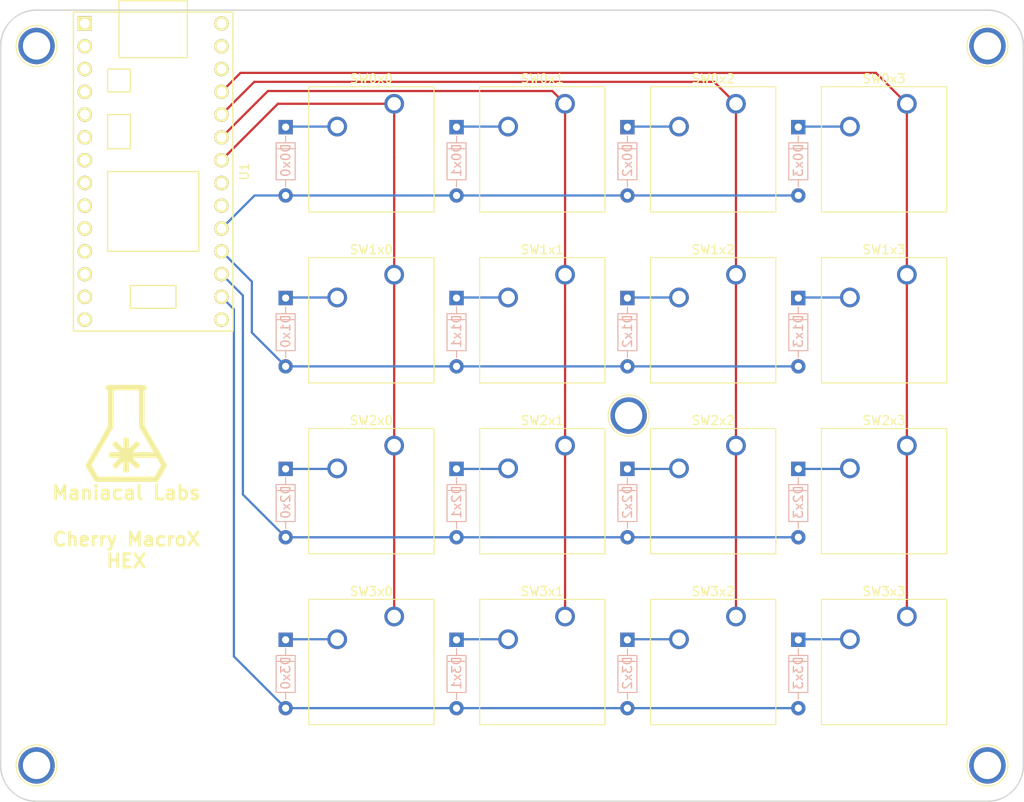
<source format=kicad_pcb>
(kicad_pcb (version 20171130) (host pcbnew "(5.0.0)")

  (general
    (thickness 1.6)
    (drawings 10)
    (tracks 90)
    (zones 0)
    (modules 39)
    (nets 45)
  )

  (page A4)
  (layers
    (0 F.Cu signal)
    (31 B.Cu signal)
    (32 B.Adhes user)
    (33 F.Adhes user)
    (34 B.Paste user)
    (35 F.Paste user)
    (36 B.SilkS user)
    (37 F.SilkS user)
    (38 B.Mask user)
    (39 F.Mask user)
    (40 Dwgs.User user)
    (41 Cmts.User user)
    (42 Eco1.User user)
    (43 Eco2.User user)
    (44 Edge.Cuts user)
    (45 Margin user)
    (46 B.CrtYd user hide)
    (47 F.CrtYd user hide)
    (48 B.Fab user)
    (49 F.Fab user hide)
  )

  (setup
    (last_trace_width 0.25)
    (trace_clearance 0.2)
    (zone_clearance 0.508)
    (zone_45_only no)
    (trace_min 0.2)
    (segment_width 0.2)
    (edge_width 0.15)
    (via_size 0.8)
    (via_drill 0.4)
    (via_min_size 0.4)
    (via_min_drill 0.3)
    (uvia_size 0.3)
    (uvia_drill 0.1)
    (uvias_allowed no)
    (uvia_min_size 0.2)
    (uvia_min_drill 0.1)
    (pcb_text_width 0.3)
    (pcb_text_size 1.5 1.5)
    (mod_edge_width 0.15)
    (mod_text_size 1 1)
    (mod_text_width 0.15)
    (pad_size 4.064 4.064)
    (pad_drill 3.048)
    (pad_to_mask_clearance 0.2)
    (aux_axis_origin 0 0)
    (grid_origin 64.535 121.755)
    (visible_elements FFFFFF7F)
    (pcbplotparams
      (layerselection 0x010fc_ffffffff)
      (usegerberextensions false)
      (usegerberattributes false)
      (usegerberadvancedattributes false)
      (creategerberjobfile false)
      (excludeedgelayer true)
      (linewidth 0.100000)
      (plotframeref false)
      (viasonmask false)
      (mode 1)
      (useauxorigin false)
      (hpglpennumber 1)
      (hpglpenspeed 20)
      (hpglpendiameter 15.000000)
      (psnegative false)
      (psa4output false)
      (plotreference true)
      (plotvalue true)
      (plotinvisibletext false)
      (padsonsilk false)
      (subtractmaskfromsilk false)
      (outputformat 1)
      (mirror false)
      (drillshape 0)
      (scaleselection 1)
      (outputdirectory "gerber/"))
  )

  (net 0 "")
  (net 1 ROW_0)
  (net 2 "Net-(D0x0-Pad1)")
  (net 3 "Net-(D0x1-Pad1)")
  (net 4 "Net-(D0x2-Pad1)")
  (net 5 "Net-(D0x3-Pad1)")
  (net 6 "Net-(D1x0-Pad1)")
  (net 7 ROW_1)
  (net 8 "Net-(D1x1-Pad1)")
  (net 9 "Net-(D1x2-Pad1)")
  (net 10 "Net-(D1x3-Pad1)")
  (net 11 ROW_2)
  (net 12 "Net-(D2x0-Pad1)")
  (net 13 "Net-(D2x1-Pad1)")
  (net 14 "Net-(D2x2-Pad1)")
  (net 15 "Net-(D2x3-Pad1)")
  (net 16 ROW_3)
  (net 17 "Net-(D3x0-Pad1)")
  (net 18 "Net-(D3x1-Pad1)")
  (net 19 "Net-(D3x2-Pad1)")
  (net 20 "Net-(D3x3-Pad1)")
  (net 21 COL_0)
  (net 22 COL_1)
  (net 23 COL_2)
  (net 24 COL_3)
  (net 25 "Net-(U1-Pad1)")
  (net 26 "Net-(U1-Pad2)")
  (net 27 "Net-(U1-Pad3)")
  (net 28 "Net-(U1-Pad4)")
  (net 29 "Net-(U1-Pad5)")
  (net 30 "Net-(U1-Pad6)")
  (net 31 "Net-(U1-Pad7)")
  (net 32 "Net-(U1-Pad8)")
  (net 33 "Net-(U1-Pad9)")
  (net 34 "Net-(U1-Pad10)")
  (net 35 "Net-(U1-Pad11)")
  (net 36 "Net-(U1-Pad12)")
  (net 37 "Net-(U1-Pad13)")
  (net 38 "Net-(U1-Pad33)")
  (net 39 "Net-(U1-Pad32)")
  (net 40 "Net-(U1-Pad31)")
  (net 41 "Net-(U1-Pad14)")
  (net 42 "Net-(U1-Pad20)")
  (net 43 "Net-(U1-Pad26)")
  (net 44 "Net-(U1-Pad25)")

  (net_class Default "This is the default net class."
    (clearance 0.2)
    (trace_width 0.25)
    (via_dia 0.8)
    (via_drill 0.4)
    (uvia_dia 0.3)
    (uvia_drill 0.1)
    (add_net COL_0)
    (add_net COL_1)
    (add_net COL_2)
    (add_net COL_3)
    (add_net "Net-(D0x0-Pad1)")
    (add_net "Net-(D0x1-Pad1)")
    (add_net "Net-(D0x2-Pad1)")
    (add_net "Net-(D0x3-Pad1)")
    (add_net "Net-(D1x0-Pad1)")
    (add_net "Net-(D1x1-Pad1)")
    (add_net "Net-(D1x2-Pad1)")
    (add_net "Net-(D1x3-Pad1)")
    (add_net "Net-(D2x0-Pad1)")
    (add_net "Net-(D2x1-Pad1)")
    (add_net "Net-(D2x2-Pad1)")
    (add_net "Net-(D2x3-Pad1)")
    (add_net "Net-(D3x0-Pad1)")
    (add_net "Net-(D3x1-Pad1)")
    (add_net "Net-(D3x2-Pad1)")
    (add_net "Net-(D3x3-Pad1)")
    (add_net "Net-(U1-Pad1)")
    (add_net "Net-(U1-Pad10)")
    (add_net "Net-(U1-Pad11)")
    (add_net "Net-(U1-Pad12)")
    (add_net "Net-(U1-Pad13)")
    (add_net "Net-(U1-Pad14)")
    (add_net "Net-(U1-Pad2)")
    (add_net "Net-(U1-Pad20)")
    (add_net "Net-(U1-Pad25)")
    (add_net "Net-(U1-Pad26)")
    (add_net "Net-(U1-Pad3)")
    (add_net "Net-(U1-Pad31)")
    (add_net "Net-(U1-Pad32)")
    (add_net "Net-(U1-Pad33)")
    (add_net "Net-(U1-Pad4)")
    (add_net "Net-(U1-Pad5)")
    (add_net "Net-(U1-Pad6)")
    (add_net "Net-(U1-Pad7)")
    (add_net "Net-(U1-Pad8)")
    (add_net "Net-(U1-Pad9)")
    (add_net ROW_0)
    (add_net ROW_1)
    (add_net ROW_2)
    (add_net ROW_3)
  )

  (module Connectors:1pin (layer F.Cu) (tedit 5B9EB2B9) (tstamp 5B9EEE7D)
    (at 130.535 82.755)
    (descr "module 1 pin (ou trou mecanique de percage)")
    (tags DEV)
    (fp_text reference REF** (at 0 -3.048) (layer F.SilkS) hide
      (effects (font (size 1 1) (thickness 0.15)))
    )
    (fp_text value 1pin (at 0 3) (layer F.Fab) hide
      (effects (font (size 1 1) (thickness 0.15)))
    )
    (fp_circle (center 0 0) (end 0 -2.286) (layer F.SilkS) (width 0.12))
    (fp_circle (center 0 0) (end 2.6 0) (layer F.CrtYd) (width 0.05))
    (fp_circle (center 0 0) (end 2 0.8) (layer F.Fab) (width 0.1))
    (pad 1 thru_hole circle (at 0 0) (size 4.064 4.064) (drill 3.048) (layers *.Cu *.Mask))
  )

  (module Connectors:1pin (layer F.Cu) (tedit 5B9EB2B9) (tstamp 5B9EEC04)
    (at 64.535 121.755)
    (descr "module 1 pin (ou trou mecanique de percage)")
    (tags DEV)
    (fp_text reference REF** (at 0 -3.048) (layer F.SilkS) hide
      (effects (font (size 1 1) (thickness 0.15)))
    )
    (fp_text value 1pin (at 0 3) (layer F.Fab) hide
      (effects (font (size 1 1) (thickness 0.15)))
    )
    (fp_circle (center 0 0) (end 2 0.8) (layer F.Fab) (width 0.1))
    (fp_circle (center 0 0) (end 2.6 0) (layer F.CrtYd) (width 0.05))
    (fp_circle (center 0 0) (end 0 -2.286) (layer F.SilkS) (width 0.12))
    (pad 1 thru_hole circle (at 0 0) (size 4.064 4.064) (drill 3.048) (layers *.Cu *.Mask))
  )

  (module Connectors:1pin (layer F.Cu) (tedit 5B9EB2B9) (tstamp 5B9EEBC9)
    (at 64.535 41.555)
    (descr "module 1 pin (ou trou mecanique de percage)")
    (tags DEV)
    (fp_text reference REF** (at 0 -3.048) (layer F.SilkS) hide
      (effects (font (size 1 1) (thickness 0.15)))
    )
    (fp_text value 1pin (at 0 3) (layer F.Fab) hide
      (effects (font (size 1 1) (thickness 0.15)))
    )
    (fp_circle (center 0 0) (end 0 -2.286) (layer F.SilkS) (width 0.12))
    (fp_circle (center 0 0) (end 2.6 0) (layer F.CrtYd) (width 0.05))
    (fp_circle (center 0 0) (end 2 0.8) (layer F.Fab) (width 0.1))
    (pad 1 thru_hole circle (at 0 0) (size 4.064 4.064) (drill 3.048) (layers *.Cu *.Mask))
  )

  (module Diodes_THT:D_DO-35_SOD27_P7.62mm_Horizontal (layer B.Cu) (tedit 5B9EB037) (tstamp 5B9EE25A)
    (at 149.45 107.75 270)
    (descr "D, DO-35_SOD27 series, Axial, Horizontal, pin pitch=7.62mm, , length*diameter=4*2mm^2, , http://www.diodes.com/_files/packages/DO-35.pdf")
    (tags "D DO-35_SOD27 series Axial Horizontal pin pitch 7.62mm  length 4mm diameter 2mm")
    (path /5B9EB77A)
    (fp_text reference D3x3 (at 3.7 0 270) (layer B.SilkS)
      (effects (font (size 1 1) (thickness 0.15)) (justify mirror))
    )
    (fp_text value 1N4148 (at 3.8 -2.06 270) (layer B.Fab) hide
      (effects (font (size 1 1) (thickness 0.15)) (justify mirror))
    )
    (fp_text user %R (at 3.81 0 270) (layer B.Fab) hide
      (effects (font (size 1 1) (thickness 0.15)) (justify mirror))
    )
    (fp_line (start 1.81 1) (end 1.81 -1) (layer B.Fab) (width 0.1))
    (fp_line (start 1.81 -1) (end 5.81 -1) (layer B.Fab) (width 0.1))
    (fp_line (start 5.81 -1) (end 5.81 1) (layer B.Fab) (width 0.1))
    (fp_line (start 5.81 1) (end 1.81 1) (layer B.Fab) (width 0.1))
    (fp_line (start 0 0) (end 1.81 0) (layer B.Fab) (width 0.1))
    (fp_line (start 7.62 0) (end 5.81 0) (layer B.Fab) (width 0.1))
    (fp_line (start 2.41 1) (end 2.41 -1) (layer B.Fab) (width 0.1))
    (fp_line (start 1.75 1.06) (end 1.75 -1.06) (layer B.SilkS) (width 0.12))
    (fp_line (start 1.75 -1.06) (end 5.87 -1.06) (layer B.SilkS) (width 0.12))
    (fp_line (start 5.87 -1.06) (end 5.87 1.06) (layer B.SilkS) (width 0.12))
    (fp_line (start 5.87 1.06) (end 1.75 1.06) (layer B.SilkS) (width 0.12))
    (fp_line (start 0.98 0) (end 1.75 0) (layer B.SilkS) (width 0.12))
    (fp_line (start 6.64 0) (end 5.87 0) (layer B.SilkS) (width 0.12))
    (fp_line (start 2.41 1.06) (end 2.41 -1.06) (layer B.SilkS) (width 0.12))
    (fp_line (start -1.05 1.35) (end -1.05 -1.35) (layer B.CrtYd) (width 0.05))
    (fp_line (start -1.05 -1.35) (end 8.7 -1.35) (layer B.CrtYd) (width 0.05))
    (fp_line (start 8.7 -1.35) (end 8.7 1.35) (layer B.CrtYd) (width 0.05))
    (fp_line (start 8.7 1.35) (end -1.05 1.35) (layer B.CrtYd) (width 0.05))
    (pad 1 thru_hole rect (at 0 0 270) (size 1.6 1.6) (drill 0.8) (layers *.Cu *.Mask)
      (net 20 "Net-(D3x3-Pad1)"))
    (pad 2 thru_hole oval (at 7.62 0 270) (size 1.6 1.6) (drill 0.8) (layers *.Cu *.Mask)
      (net 16 ROW_3))
    (model ${KISYS3DMOD}/Diodes_THT.3dshapes/D_DO-35_SOD27_P7.62mm_Horizontal.wrl
      (at (xyz 0 0 0))
      (scale (xyz 0.393701 0.393701 0.393701))
      (rotate (xyz 0 0 0))
    )
  )

  (module Diodes_THT:D_DO-35_SOD27_P7.62mm_Horizontal (layer B.Cu) (tedit 5B9EB030) (tstamp 5B9EE242)
    (at 130.4 107.75 270)
    (descr "D, DO-35_SOD27 series, Axial, Horizontal, pin pitch=7.62mm, , length*diameter=4*2mm^2, , http://www.diodes.com/_files/packages/DO-35.pdf")
    (tags "D DO-35_SOD27 series Axial Horizontal pin pitch 7.62mm  length 4mm diameter 2mm")
    (path /5B9EB76C)
    (fp_text reference D3x2 (at 3.7 0 270) (layer B.SilkS)
      (effects (font (size 1 1) (thickness 0.15)) (justify mirror))
    )
    (fp_text value 1N4148 (at 3.8 -2.06 270) (layer B.Fab) hide
      (effects (font (size 1 1) (thickness 0.15)) (justify mirror))
    )
    (fp_text user %R (at 3.81 0 270) (layer B.Fab) hide
      (effects (font (size 1 1) (thickness 0.15)) (justify mirror))
    )
    (fp_line (start 1.81 1) (end 1.81 -1) (layer B.Fab) (width 0.1))
    (fp_line (start 1.81 -1) (end 5.81 -1) (layer B.Fab) (width 0.1))
    (fp_line (start 5.81 -1) (end 5.81 1) (layer B.Fab) (width 0.1))
    (fp_line (start 5.81 1) (end 1.81 1) (layer B.Fab) (width 0.1))
    (fp_line (start 0 0) (end 1.81 0) (layer B.Fab) (width 0.1))
    (fp_line (start 7.62 0) (end 5.81 0) (layer B.Fab) (width 0.1))
    (fp_line (start 2.41 1) (end 2.41 -1) (layer B.Fab) (width 0.1))
    (fp_line (start 1.75 1.06) (end 1.75 -1.06) (layer B.SilkS) (width 0.12))
    (fp_line (start 1.75 -1.06) (end 5.87 -1.06) (layer B.SilkS) (width 0.12))
    (fp_line (start 5.87 -1.06) (end 5.87 1.06) (layer B.SilkS) (width 0.12))
    (fp_line (start 5.87 1.06) (end 1.75 1.06) (layer B.SilkS) (width 0.12))
    (fp_line (start 0.98 0) (end 1.75 0) (layer B.SilkS) (width 0.12))
    (fp_line (start 6.64 0) (end 5.87 0) (layer B.SilkS) (width 0.12))
    (fp_line (start 2.41 1.06) (end 2.41 -1.06) (layer B.SilkS) (width 0.12))
    (fp_line (start -1.05 1.35) (end -1.05 -1.35) (layer B.CrtYd) (width 0.05))
    (fp_line (start -1.05 -1.35) (end 8.7 -1.35) (layer B.CrtYd) (width 0.05))
    (fp_line (start 8.7 -1.35) (end 8.7 1.35) (layer B.CrtYd) (width 0.05))
    (fp_line (start 8.7 1.35) (end -1.05 1.35) (layer B.CrtYd) (width 0.05))
    (pad 1 thru_hole rect (at 0 0 270) (size 1.6 1.6) (drill 0.8) (layers *.Cu *.Mask)
      (net 19 "Net-(D3x2-Pad1)"))
    (pad 2 thru_hole oval (at 7.62 0 270) (size 1.6 1.6) (drill 0.8) (layers *.Cu *.Mask)
      (net 16 ROW_3))
    (model ${KISYS3DMOD}/Diodes_THT.3dshapes/D_DO-35_SOD27_P7.62mm_Horizontal.wrl
      (at (xyz 0 0 0))
      (scale (xyz 0.393701 0.393701 0.393701))
      (rotate (xyz 0 0 0))
    )
  )

  (module Diodes_THT:D_DO-35_SOD27_P7.62mm_Horizontal (layer B.Cu) (tedit 5B9EB026) (tstamp 5B9EE22A)
    (at 111.35 107.75 270)
    (descr "D, DO-35_SOD27 series, Axial, Horizontal, pin pitch=7.62mm, , length*diameter=4*2mm^2, , http://www.diodes.com/_files/packages/DO-35.pdf")
    (tags "D DO-35_SOD27 series Axial Horizontal pin pitch 7.62mm  length 4mm diameter 2mm")
    (path /5B9EB75E)
    (fp_text reference D3x1 (at 3.7 0 270) (layer B.SilkS)
      (effects (font (size 1 1) (thickness 0.15)) (justify mirror))
    )
    (fp_text value 1N4148 (at 3.8 -2.06 270) (layer B.Fab) hide
      (effects (font (size 1 1) (thickness 0.15)) (justify mirror))
    )
    (fp_text user %R (at 3.81 0 270) (layer B.Fab) hide
      (effects (font (size 1 1) (thickness 0.15)) (justify mirror))
    )
    (fp_line (start 1.81 1) (end 1.81 -1) (layer B.Fab) (width 0.1))
    (fp_line (start 1.81 -1) (end 5.81 -1) (layer B.Fab) (width 0.1))
    (fp_line (start 5.81 -1) (end 5.81 1) (layer B.Fab) (width 0.1))
    (fp_line (start 5.81 1) (end 1.81 1) (layer B.Fab) (width 0.1))
    (fp_line (start 0 0) (end 1.81 0) (layer B.Fab) (width 0.1))
    (fp_line (start 7.62 0) (end 5.81 0) (layer B.Fab) (width 0.1))
    (fp_line (start 2.41 1) (end 2.41 -1) (layer B.Fab) (width 0.1))
    (fp_line (start 1.75 1.06) (end 1.75 -1.06) (layer B.SilkS) (width 0.12))
    (fp_line (start 1.75 -1.06) (end 5.87 -1.06) (layer B.SilkS) (width 0.12))
    (fp_line (start 5.87 -1.06) (end 5.87 1.06) (layer B.SilkS) (width 0.12))
    (fp_line (start 5.87 1.06) (end 1.75 1.06) (layer B.SilkS) (width 0.12))
    (fp_line (start 0.98 0) (end 1.75 0) (layer B.SilkS) (width 0.12))
    (fp_line (start 6.64 0) (end 5.87 0) (layer B.SilkS) (width 0.12))
    (fp_line (start 2.41 1.06) (end 2.41 -1.06) (layer B.SilkS) (width 0.12))
    (fp_line (start -1.05 1.35) (end -1.05 -1.35) (layer B.CrtYd) (width 0.05))
    (fp_line (start -1.05 -1.35) (end 8.7 -1.35) (layer B.CrtYd) (width 0.05))
    (fp_line (start 8.7 -1.35) (end 8.7 1.35) (layer B.CrtYd) (width 0.05))
    (fp_line (start 8.7 1.35) (end -1.05 1.35) (layer B.CrtYd) (width 0.05))
    (pad 1 thru_hole rect (at 0 0 270) (size 1.6 1.6) (drill 0.8) (layers *.Cu *.Mask)
      (net 18 "Net-(D3x1-Pad1)"))
    (pad 2 thru_hole oval (at 7.62 0 270) (size 1.6 1.6) (drill 0.8) (layers *.Cu *.Mask)
      (net 16 ROW_3))
    (model ${KISYS3DMOD}/Diodes_THT.3dshapes/D_DO-35_SOD27_P7.62mm_Horizontal.wrl
      (at (xyz 0 0 0))
      (scale (xyz 0.393701 0.393701 0.393701))
      (rotate (xyz 0 0 0))
    )
  )

  (module Diodes_THT:D_DO-35_SOD27_P7.62mm_Horizontal (layer B.Cu) (tedit 5B9EB01F) (tstamp 5B9EE212)
    (at 92.3 107.75 270)
    (descr "D, DO-35_SOD27 series, Axial, Horizontal, pin pitch=7.62mm, , length*diameter=4*2mm^2, , http://www.diodes.com/_files/packages/DO-35.pdf")
    (tags "D DO-35_SOD27 series Axial Horizontal pin pitch 7.62mm  length 4mm diameter 2mm")
    (path /5B9EB750)
    (fp_text reference D3x0 (at 3.7 0 270) (layer B.SilkS)
      (effects (font (size 1 1) (thickness 0.15)) (justify mirror))
    )
    (fp_text value 1N4148 (at 3.8 -2.06 270) (layer B.Fab) hide
      (effects (font (size 1 1) (thickness 0.15)) (justify mirror))
    )
    (fp_text user %R (at 3.81 0 270) (layer B.Fab) hide
      (effects (font (size 1 1) (thickness 0.15)) (justify mirror))
    )
    (fp_line (start 1.81 1) (end 1.81 -1) (layer B.Fab) (width 0.1))
    (fp_line (start 1.81 -1) (end 5.81 -1) (layer B.Fab) (width 0.1))
    (fp_line (start 5.81 -1) (end 5.81 1) (layer B.Fab) (width 0.1))
    (fp_line (start 5.81 1) (end 1.81 1) (layer B.Fab) (width 0.1))
    (fp_line (start 0 0) (end 1.81 0) (layer B.Fab) (width 0.1))
    (fp_line (start 7.62 0) (end 5.81 0) (layer B.Fab) (width 0.1))
    (fp_line (start 2.41 1) (end 2.41 -1) (layer B.Fab) (width 0.1))
    (fp_line (start 1.75 1.06) (end 1.75 -1.06) (layer B.SilkS) (width 0.12))
    (fp_line (start 1.75 -1.06) (end 5.87 -1.06) (layer B.SilkS) (width 0.12))
    (fp_line (start 5.87 -1.06) (end 5.87 1.06) (layer B.SilkS) (width 0.12))
    (fp_line (start 5.87 1.06) (end 1.75 1.06) (layer B.SilkS) (width 0.12))
    (fp_line (start 0.98 0) (end 1.75 0) (layer B.SilkS) (width 0.12))
    (fp_line (start 6.64 0) (end 5.87 0) (layer B.SilkS) (width 0.12))
    (fp_line (start 2.41 1.06) (end 2.41 -1.06) (layer B.SilkS) (width 0.12))
    (fp_line (start -1.05 1.35) (end -1.05 -1.35) (layer B.CrtYd) (width 0.05))
    (fp_line (start -1.05 -1.35) (end 8.7 -1.35) (layer B.CrtYd) (width 0.05))
    (fp_line (start 8.7 -1.35) (end 8.7 1.35) (layer B.CrtYd) (width 0.05))
    (fp_line (start 8.7 1.35) (end -1.05 1.35) (layer B.CrtYd) (width 0.05))
    (pad 1 thru_hole rect (at 0 0 270) (size 1.6 1.6) (drill 0.8) (layers *.Cu *.Mask)
      (net 17 "Net-(D3x0-Pad1)"))
    (pad 2 thru_hole oval (at 7.62 0 270) (size 1.6 1.6) (drill 0.8) (layers *.Cu *.Mask)
      (net 16 ROW_3))
    (model ${KISYS3DMOD}/Diodes_THT.3dshapes/D_DO-35_SOD27_P7.62mm_Horizontal.wrl
      (at (xyz 0 0 0))
      (scale (xyz 0.393701 0.393701 0.393701))
      (rotate (xyz 0 0 0))
    )
  )

  (module Diodes_THT:D_DO-35_SOD27_P7.62mm_Horizontal (layer B.Cu) (tedit 5B9EB017) (tstamp 5B9EE1FA)
    (at 149.45 88.7 270)
    (descr "D, DO-35_SOD27 series, Axial, Horizontal, pin pitch=7.62mm, , length*diameter=4*2mm^2, , http://www.diodes.com/_files/packages/DO-35.pdf")
    (tags "D DO-35_SOD27 series Axial Horizontal pin pitch 7.62mm  length 4mm diameter 2mm")
    (path /5B9EB086)
    (fp_text reference D2x3 (at 3.7 0 270) (layer B.SilkS)
      (effects (font (size 1 1) (thickness 0.15)) (justify mirror))
    )
    (fp_text value 1N4148 (at 3.8 -2.06 270) (layer B.Fab) hide
      (effects (font (size 1 1) (thickness 0.15)) (justify mirror))
    )
    (fp_text user %R (at 3.81 0 270) (layer B.Fab) hide
      (effects (font (size 1 1) (thickness 0.15)) (justify mirror))
    )
    (fp_line (start 1.81 1) (end 1.81 -1) (layer B.Fab) (width 0.1))
    (fp_line (start 1.81 -1) (end 5.81 -1) (layer B.Fab) (width 0.1))
    (fp_line (start 5.81 -1) (end 5.81 1) (layer B.Fab) (width 0.1))
    (fp_line (start 5.81 1) (end 1.81 1) (layer B.Fab) (width 0.1))
    (fp_line (start 0 0) (end 1.81 0) (layer B.Fab) (width 0.1))
    (fp_line (start 7.62 0) (end 5.81 0) (layer B.Fab) (width 0.1))
    (fp_line (start 2.41 1) (end 2.41 -1) (layer B.Fab) (width 0.1))
    (fp_line (start 1.75 1.06) (end 1.75 -1.06) (layer B.SilkS) (width 0.12))
    (fp_line (start 1.75 -1.06) (end 5.87 -1.06) (layer B.SilkS) (width 0.12))
    (fp_line (start 5.87 -1.06) (end 5.87 1.06) (layer B.SilkS) (width 0.12))
    (fp_line (start 5.87 1.06) (end 1.75 1.06) (layer B.SilkS) (width 0.12))
    (fp_line (start 0.98 0) (end 1.75 0) (layer B.SilkS) (width 0.12))
    (fp_line (start 6.64 0) (end 5.87 0) (layer B.SilkS) (width 0.12))
    (fp_line (start 2.41 1.06) (end 2.41 -1.06) (layer B.SilkS) (width 0.12))
    (fp_line (start -1.05 1.35) (end -1.05 -1.35) (layer B.CrtYd) (width 0.05))
    (fp_line (start -1.05 -1.35) (end 8.7 -1.35) (layer B.CrtYd) (width 0.05))
    (fp_line (start 8.7 -1.35) (end 8.7 1.35) (layer B.CrtYd) (width 0.05))
    (fp_line (start 8.7 1.35) (end -1.05 1.35) (layer B.CrtYd) (width 0.05))
    (pad 1 thru_hole rect (at 0 0 270) (size 1.6 1.6) (drill 0.8) (layers *.Cu *.Mask)
      (net 15 "Net-(D2x3-Pad1)"))
    (pad 2 thru_hole oval (at 7.62 0 270) (size 1.6 1.6) (drill 0.8) (layers *.Cu *.Mask)
      (net 11 ROW_2))
    (model ${KISYS3DMOD}/Diodes_THT.3dshapes/D_DO-35_SOD27_P7.62mm_Horizontal.wrl
      (at (xyz 0 0 0))
      (scale (xyz 0.393701 0.393701 0.393701))
      (rotate (xyz 0 0 0))
    )
  )

  (module Diodes_THT:D_DO-35_SOD27_P7.62mm_Horizontal (layer B.Cu) (tedit 5B9EB00C) (tstamp 5B9EE1E2)
    (at 130.4 88.7 270)
    (descr "D, DO-35_SOD27 series, Axial, Horizontal, pin pitch=7.62mm, , length*diameter=4*2mm^2, , http://www.diodes.com/_files/packages/DO-35.pdf")
    (tags "D DO-35_SOD27 series Axial Horizontal pin pitch 7.62mm  length 4mm diameter 2mm")
    (path /5B9EB078)
    (fp_text reference D2x2 (at 3.7 0 270) (layer B.SilkS)
      (effects (font (size 1 1) (thickness 0.15)) (justify mirror))
    )
    (fp_text value 1N4148 (at 3.8 -2.06 270) (layer B.Fab) hide
      (effects (font (size 1 1) (thickness 0.15)) (justify mirror))
    )
    (fp_text user %R (at 3.81 0 270) (layer B.Fab) hide
      (effects (font (size 1 1) (thickness 0.15)) (justify mirror))
    )
    (fp_line (start 1.81 1) (end 1.81 -1) (layer B.Fab) (width 0.1))
    (fp_line (start 1.81 -1) (end 5.81 -1) (layer B.Fab) (width 0.1))
    (fp_line (start 5.81 -1) (end 5.81 1) (layer B.Fab) (width 0.1))
    (fp_line (start 5.81 1) (end 1.81 1) (layer B.Fab) (width 0.1))
    (fp_line (start 0 0) (end 1.81 0) (layer B.Fab) (width 0.1))
    (fp_line (start 7.62 0) (end 5.81 0) (layer B.Fab) (width 0.1))
    (fp_line (start 2.41 1) (end 2.41 -1) (layer B.Fab) (width 0.1))
    (fp_line (start 1.75 1.06) (end 1.75 -1.06) (layer B.SilkS) (width 0.12))
    (fp_line (start 1.75 -1.06) (end 5.87 -1.06) (layer B.SilkS) (width 0.12))
    (fp_line (start 5.87 -1.06) (end 5.87 1.06) (layer B.SilkS) (width 0.12))
    (fp_line (start 5.87 1.06) (end 1.75 1.06) (layer B.SilkS) (width 0.12))
    (fp_line (start 0.98 0) (end 1.75 0) (layer B.SilkS) (width 0.12))
    (fp_line (start 6.64 0) (end 5.87 0) (layer B.SilkS) (width 0.12))
    (fp_line (start 2.41 1.06) (end 2.41 -1.06) (layer B.SilkS) (width 0.12))
    (fp_line (start -1.05 1.35) (end -1.05 -1.35) (layer B.CrtYd) (width 0.05))
    (fp_line (start -1.05 -1.35) (end 8.7 -1.35) (layer B.CrtYd) (width 0.05))
    (fp_line (start 8.7 -1.35) (end 8.7 1.35) (layer B.CrtYd) (width 0.05))
    (fp_line (start 8.7 1.35) (end -1.05 1.35) (layer B.CrtYd) (width 0.05))
    (pad 1 thru_hole rect (at 0 0 270) (size 1.6 1.6) (drill 0.8) (layers *.Cu *.Mask)
      (net 14 "Net-(D2x2-Pad1)"))
    (pad 2 thru_hole oval (at 7.62 0 270) (size 1.6 1.6) (drill 0.8) (layers *.Cu *.Mask)
      (net 11 ROW_2))
    (model ${KISYS3DMOD}/Diodes_THT.3dshapes/D_DO-35_SOD27_P7.62mm_Horizontal.wrl
      (at (xyz 0 0 0))
      (scale (xyz 0.393701 0.393701 0.393701))
      (rotate (xyz 0 0 0))
    )
  )

  (module Diodes_THT:D_DO-35_SOD27_P7.62mm_Horizontal (layer B.Cu) (tedit 5B9EB001) (tstamp 5B9EE1CA)
    (at 111.35 88.7 270)
    (descr "D, DO-35_SOD27 series, Axial, Horizontal, pin pitch=7.62mm, , length*diameter=4*2mm^2, , http://www.diodes.com/_files/packages/DO-35.pdf")
    (tags "D DO-35_SOD27 series Axial Horizontal pin pitch 7.62mm  length 4mm diameter 2mm")
    (path /5B9EB06A)
    (fp_text reference D2x1 (at 3.7 0 270) (layer B.SilkS)
      (effects (font (size 1 1) (thickness 0.15)) (justify mirror))
    )
    (fp_text value 1N4148 (at 3.8 -2.06 270) (layer B.Fab) hide
      (effects (font (size 1 1) (thickness 0.15)) (justify mirror))
    )
    (fp_text user %R (at 3.81 0 270) (layer B.Fab) hide
      (effects (font (size 1 1) (thickness 0.15)) (justify mirror))
    )
    (fp_line (start 1.81 1) (end 1.81 -1) (layer B.Fab) (width 0.1))
    (fp_line (start 1.81 -1) (end 5.81 -1) (layer B.Fab) (width 0.1))
    (fp_line (start 5.81 -1) (end 5.81 1) (layer B.Fab) (width 0.1))
    (fp_line (start 5.81 1) (end 1.81 1) (layer B.Fab) (width 0.1))
    (fp_line (start 0 0) (end 1.81 0) (layer B.Fab) (width 0.1))
    (fp_line (start 7.62 0) (end 5.81 0) (layer B.Fab) (width 0.1))
    (fp_line (start 2.41 1) (end 2.41 -1) (layer B.Fab) (width 0.1))
    (fp_line (start 1.75 1.06) (end 1.75 -1.06) (layer B.SilkS) (width 0.12))
    (fp_line (start 1.75 -1.06) (end 5.87 -1.06) (layer B.SilkS) (width 0.12))
    (fp_line (start 5.87 -1.06) (end 5.87 1.06) (layer B.SilkS) (width 0.12))
    (fp_line (start 5.87 1.06) (end 1.75 1.06) (layer B.SilkS) (width 0.12))
    (fp_line (start 0.98 0) (end 1.75 0) (layer B.SilkS) (width 0.12))
    (fp_line (start 6.64 0) (end 5.87 0) (layer B.SilkS) (width 0.12))
    (fp_line (start 2.41 1.06) (end 2.41 -1.06) (layer B.SilkS) (width 0.12))
    (fp_line (start -1.05 1.35) (end -1.05 -1.35) (layer B.CrtYd) (width 0.05))
    (fp_line (start -1.05 -1.35) (end 8.7 -1.35) (layer B.CrtYd) (width 0.05))
    (fp_line (start 8.7 -1.35) (end 8.7 1.35) (layer B.CrtYd) (width 0.05))
    (fp_line (start 8.7 1.35) (end -1.05 1.35) (layer B.CrtYd) (width 0.05))
    (pad 1 thru_hole rect (at 0 0 270) (size 1.6 1.6) (drill 0.8) (layers *.Cu *.Mask)
      (net 13 "Net-(D2x1-Pad1)"))
    (pad 2 thru_hole oval (at 7.62 0 270) (size 1.6 1.6) (drill 0.8) (layers *.Cu *.Mask)
      (net 11 ROW_2))
    (model ${KISYS3DMOD}/Diodes_THT.3dshapes/D_DO-35_SOD27_P7.62mm_Horizontal.wrl
      (at (xyz 0 0 0))
      (scale (xyz 0.393701 0.393701 0.393701))
      (rotate (xyz 0 0 0))
    )
  )

  (module Diodes_THT:D_DO-35_SOD27_P7.62mm_Horizontal (layer B.Cu) (tedit 5B9EAFF9) (tstamp 5B9EE1B2)
    (at 92.3 88.7 270)
    (descr "D, DO-35_SOD27 series, Axial, Horizontal, pin pitch=7.62mm, , length*diameter=4*2mm^2, , http://www.diodes.com/_files/packages/DO-35.pdf")
    (tags "D DO-35_SOD27 series Axial Horizontal pin pitch 7.62mm  length 4mm diameter 2mm")
    (path /5B9EB05C)
    (fp_text reference D2x0 (at 3.7 0 270) (layer B.SilkS)
      (effects (font (size 1 1) (thickness 0.15)) (justify mirror))
    )
    (fp_text value 1N4148 (at 3.8 -2.06 270) (layer B.Fab) hide
      (effects (font (size 1 1) (thickness 0.15)) (justify mirror))
    )
    (fp_text user %R (at 3.81 0 270) (layer B.Fab) hide
      (effects (font (size 1 1) (thickness 0.15)) (justify mirror))
    )
    (fp_line (start 1.81 1) (end 1.81 -1) (layer B.Fab) (width 0.1))
    (fp_line (start 1.81 -1) (end 5.81 -1) (layer B.Fab) (width 0.1))
    (fp_line (start 5.81 -1) (end 5.81 1) (layer B.Fab) (width 0.1))
    (fp_line (start 5.81 1) (end 1.81 1) (layer B.Fab) (width 0.1))
    (fp_line (start 0 0) (end 1.81 0) (layer B.Fab) (width 0.1))
    (fp_line (start 7.62 0) (end 5.81 0) (layer B.Fab) (width 0.1))
    (fp_line (start 2.41 1) (end 2.41 -1) (layer B.Fab) (width 0.1))
    (fp_line (start 1.75 1.06) (end 1.75 -1.06) (layer B.SilkS) (width 0.12))
    (fp_line (start 1.75 -1.06) (end 5.87 -1.06) (layer B.SilkS) (width 0.12))
    (fp_line (start 5.87 -1.06) (end 5.87 1.06) (layer B.SilkS) (width 0.12))
    (fp_line (start 5.87 1.06) (end 1.75 1.06) (layer B.SilkS) (width 0.12))
    (fp_line (start 0.98 0) (end 1.75 0) (layer B.SilkS) (width 0.12))
    (fp_line (start 6.64 0) (end 5.87 0) (layer B.SilkS) (width 0.12))
    (fp_line (start 2.41 1.06) (end 2.41 -1.06) (layer B.SilkS) (width 0.12))
    (fp_line (start -1.05 1.35) (end -1.05 -1.35) (layer B.CrtYd) (width 0.05))
    (fp_line (start -1.05 -1.35) (end 8.7 -1.35) (layer B.CrtYd) (width 0.05))
    (fp_line (start 8.7 -1.35) (end 8.7 1.35) (layer B.CrtYd) (width 0.05))
    (fp_line (start 8.7 1.35) (end -1.05 1.35) (layer B.CrtYd) (width 0.05))
    (pad 1 thru_hole rect (at 0 0 270) (size 1.6 1.6) (drill 0.8) (layers *.Cu *.Mask)
      (net 12 "Net-(D2x0-Pad1)"))
    (pad 2 thru_hole oval (at 7.62 0 270) (size 1.6 1.6) (drill 0.8) (layers *.Cu *.Mask)
      (net 11 ROW_2))
    (model ${KISYS3DMOD}/Diodes_THT.3dshapes/D_DO-35_SOD27_P7.62mm_Horizontal.wrl
      (at (xyz 0 0 0))
      (scale (xyz 0.393701 0.393701 0.393701))
      (rotate (xyz 0 0 0))
    )
  )

  (module Diodes_THT:D_DO-35_SOD27_P7.62mm_Horizontal (layer B.Cu) (tedit 5B9EAFF1) (tstamp 5B9EE19A)
    (at 149.45 69.65 270)
    (descr "D, DO-35_SOD27 series, Axial, Horizontal, pin pitch=7.62mm, , length*diameter=4*2mm^2, , http://www.diodes.com/_files/packages/DO-35.pdf")
    (tags "D DO-35_SOD27 series Axial Horizontal pin pitch 7.62mm  length 4mm diameter 2mm")
    (path /5B9EAA92)
    (fp_text reference D1x3 (at 3.7 0 270) (layer B.SilkS)
      (effects (font (size 1 1) (thickness 0.15)) (justify mirror))
    )
    (fp_text value 1N4148 (at 3.8 -2.06 270) (layer B.Fab) hide
      (effects (font (size 1 1) (thickness 0.15)) (justify mirror))
    )
    (fp_text user %R (at 3.81 0 270) (layer B.Fab) hide
      (effects (font (size 1 1) (thickness 0.15)) (justify mirror))
    )
    (fp_line (start 1.81 1) (end 1.81 -1) (layer B.Fab) (width 0.1))
    (fp_line (start 1.81 -1) (end 5.81 -1) (layer B.Fab) (width 0.1))
    (fp_line (start 5.81 -1) (end 5.81 1) (layer B.Fab) (width 0.1))
    (fp_line (start 5.81 1) (end 1.81 1) (layer B.Fab) (width 0.1))
    (fp_line (start 0 0) (end 1.81 0) (layer B.Fab) (width 0.1))
    (fp_line (start 7.62 0) (end 5.81 0) (layer B.Fab) (width 0.1))
    (fp_line (start 2.41 1) (end 2.41 -1) (layer B.Fab) (width 0.1))
    (fp_line (start 1.75 1.06) (end 1.75 -1.06) (layer B.SilkS) (width 0.12))
    (fp_line (start 1.75 -1.06) (end 5.87 -1.06) (layer B.SilkS) (width 0.12))
    (fp_line (start 5.87 -1.06) (end 5.87 1.06) (layer B.SilkS) (width 0.12))
    (fp_line (start 5.87 1.06) (end 1.75 1.06) (layer B.SilkS) (width 0.12))
    (fp_line (start 0.98 0) (end 1.75 0) (layer B.SilkS) (width 0.12))
    (fp_line (start 6.64 0) (end 5.87 0) (layer B.SilkS) (width 0.12))
    (fp_line (start 2.41 1.06) (end 2.41 -1.06) (layer B.SilkS) (width 0.12))
    (fp_line (start -1.05 1.35) (end -1.05 -1.35) (layer B.CrtYd) (width 0.05))
    (fp_line (start -1.05 -1.35) (end 8.7 -1.35) (layer B.CrtYd) (width 0.05))
    (fp_line (start 8.7 -1.35) (end 8.7 1.35) (layer B.CrtYd) (width 0.05))
    (fp_line (start 8.7 1.35) (end -1.05 1.35) (layer B.CrtYd) (width 0.05))
    (pad 1 thru_hole rect (at 0 0 270) (size 1.6 1.6) (drill 0.8) (layers *.Cu *.Mask)
      (net 10 "Net-(D1x3-Pad1)"))
    (pad 2 thru_hole oval (at 7.62 0 270) (size 1.6 1.6) (drill 0.8) (layers *.Cu *.Mask)
      (net 7 ROW_1))
    (model ${KISYS3DMOD}/Diodes_THT.3dshapes/D_DO-35_SOD27_P7.62mm_Horizontal.wrl
      (at (xyz 0 0 0))
      (scale (xyz 0.393701 0.393701 0.393701))
      (rotate (xyz 0 0 0))
    )
  )

  (module Diodes_THT:D_DO-35_SOD27_P7.62mm_Horizontal (layer B.Cu) (tedit 5B9EAFE9) (tstamp 5B9EE182)
    (at 130.4 69.65 270)
    (descr "D, DO-35_SOD27 series, Axial, Horizontal, pin pitch=7.62mm, , length*diameter=4*2mm^2, , http://www.diodes.com/_files/packages/DO-35.pdf")
    (tags "D DO-35_SOD27 series Axial Horizontal pin pitch 7.62mm  length 4mm diameter 2mm")
    (path /5B9EAA84)
    (fp_text reference D1x2 (at 3.7 0 270) (layer B.SilkS)
      (effects (font (size 1 1) (thickness 0.15)) (justify mirror))
    )
    (fp_text value 1N4148 (at 3.8 -2.06 270) (layer B.Fab) hide
      (effects (font (size 1 1) (thickness 0.15)) (justify mirror))
    )
    (fp_text user %R (at 3.81 0 270) (layer B.Fab) hide
      (effects (font (size 1 1) (thickness 0.15)) (justify mirror))
    )
    (fp_line (start 1.81 1) (end 1.81 -1) (layer B.Fab) (width 0.1))
    (fp_line (start 1.81 -1) (end 5.81 -1) (layer B.Fab) (width 0.1))
    (fp_line (start 5.81 -1) (end 5.81 1) (layer B.Fab) (width 0.1))
    (fp_line (start 5.81 1) (end 1.81 1) (layer B.Fab) (width 0.1))
    (fp_line (start 0 0) (end 1.81 0) (layer B.Fab) (width 0.1))
    (fp_line (start 7.62 0) (end 5.81 0) (layer B.Fab) (width 0.1))
    (fp_line (start 2.41 1) (end 2.41 -1) (layer B.Fab) (width 0.1))
    (fp_line (start 1.75 1.06) (end 1.75 -1.06) (layer B.SilkS) (width 0.12))
    (fp_line (start 1.75 -1.06) (end 5.87 -1.06) (layer B.SilkS) (width 0.12))
    (fp_line (start 5.87 -1.06) (end 5.87 1.06) (layer B.SilkS) (width 0.12))
    (fp_line (start 5.87 1.06) (end 1.75 1.06) (layer B.SilkS) (width 0.12))
    (fp_line (start 0.98 0) (end 1.75 0) (layer B.SilkS) (width 0.12))
    (fp_line (start 6.64 0) (end 5.87 0) (layer B.SilkS) (width 0.12))
    (fp_line (start 2.41 1.06) (end 2.41 -1.06) (layer B.SilkS) (width 0.12))
    (fp_line (start -1.05 1.35) (end -1.05 -1.35) (layer B.CrtYd) (width 0.05))
    (fp_line (start -1.05 -1.35) (end 8.7 -1.35) (layer B.CrtYd) (width 0.05))
    (fp_line (start 8.7 -1.35) (end 8.7 1.35) (layer B.CrtYd) (width 0.05))
    (fp_line (start 8.7 1.35) (end -1.05 1.35) (layer B.CrtYd) (width 0.05))
    (pad 1 thru_hole rect (at 0 0 270) (size 1.6 1.6) (drill 0.8) (layers *.Cu *.Mask)
      (net 9 "Net-(D1x2-Pad1)"))
    (pad 2 thru_hole oval (at 7.62 0 270) (size 1.6 1.6) (drill 0.8) (layers *.Cu *.Mask)
      (net 7 ROW_1))
    (model ${KISYS3DMOD}/Diodes_THT.3dshapes/D_DO-35_SOD27_P7.62mm_Horizontal.wrl
      (at (xyz 0 0 0))
      (scale (xyz 0.393701 0.393701 0.393701))
      (rotate (xyz 0 0 0))
    )
  )

  (module Diodes_THT:D_DO-35_SOD27_P7.62mm_Horizontal (layer B.Cu) (tedit 5B9EAFDF) (tstamp 5B9EE16A)
    (at 111.35 69.65 270)
    (descr "D, DO-35_SOD27 series, Axial, Horizontal, pin pitch=7.62mm, , length*diameter=4*2mm^2, , http://www.diodes.com/_files/packages/DO-35.pdf")
    (tags "D DO-35_SOD27 series Axial Horizontal pin pitch 7.62mm  length 4mm diameter 2mm")
    (path /5B9EAA76)
    (fp_text reference D1x1 (at 3.7 0 270) (layer B.SilkS)
      (effects (font (size 1 1) (thickness 0.15)) (justify mirror))
    )
    (fp_text value 1N4148 (at 3.8 -2.06 270) (layer B.Fab) hide
      (effects (font (size 1 1) (thickness 0.15)) (justify mirror))
    )
    (fp_text user %R (at 3.81 0 270) (layer B.Fab) hide
      (effects (font (size 1 1) (thickness 0.15)) (justify mirror))
    )
    (fp_line (start 1.81 1) (end 1.81 -1) (layer B.Fab) (width 0.1))
    (fp_line (start 1.81 -1) (end 5.81 -1) (layer B.Fab) (width 0.1))
    (fp_line (start 5.81 -1) (end 5.81 1) (layer B.Fab) (width 0.1))
    (fp_line (start 5.81 1) (end 1.81 1) (layer B.Fab) (width 0.1))
    (fp_line (start 0 0) (end 1.81 0) (layer B.Fab) (width 0.1))
    (fp_line (start 7.62 0) (end 5.81 0) (layer B.Fab) (width 0.1))
    (fp_line (start 2.41 1) (end 2.41 -1) (layer B.Fab) (width 0.1))
    (fp_line (start 1.75 1.06) (end 1.75 -1.06) (layer B.SilkS) (width 0.12))
    (fp_line (start 1.75 -1.06) (end 5.87 -1.06) (layer B.SilkS) (width 0.12))
    (fp_line (start 5.87 -1.06) (end 5.87 1.06) (layer B.SilkS) (width 0.12))
    (fp_line (start 5.87 1.06) (end 1.75 1.06) (layer B.SilkS) (width 0.12))
    (fp_line (start 0.98 0) (end 1.75 0) (layer B.SilkS) (width 0.12))
    (fp_line (start 6.64 0) (end 5.87 0) (layer B.SilkS) (width 0.12))
    (fp_line (start 2.41 1.06) (end 2.41 -1.06) (layer B.SilkS) (width 0.12))
    (fp_line (start -1.05 1.35) (end -1.05 -1.35) (layer B.CrtYd) (width 0.05))
    (fp_line (start -1.05 -1.35) (end 8.7 -1.35) (layer B.CrtYd) (width 0.05))
    (fp_line (start 8.7 -1.35) (end 8.7 1.35) (layer B.CrtYd) (width 0.05))
    (fp_line (start 8.7 1.35) (end -1.05 1.35) (layer B.CrtYd) (width 0.05))
    (pad 1 thru_hole rect (at 0 0 270) (size 1.6 1.6) (drill 0.8) (layers *.Cu *.Mask)
      (net 8 "Net-(D1x1-Pad1)"))
    (pad 2 thru_hole oval (at 7.62 0 270) (size 1.6 1.6) (drill 0.8) (layers *.Cu *.Mask)
      (net 7 ROW_1))
    (model ${KISYS3DMOD}/Diodes_THT.3dshapes/D_DO-35_SOD27_P7.62mm_Horizontal.wrl
      (at (xyz 0 0 0))
      (scale (xyz 0.393701 0.393701 0.393701))
      (rotate (xyz 0 0 0))
    )
  )

  (module Diodes_THT:D_DO-35_SOD27_P7.62mm_Horizontal (layer B.Cu) (tedit 5B9EAFD5) (tstamp 5B9EE152)
    (at 92.3 69.65 270)
    (descr "D, DO-35_SOD27 series, Axial, Horizontal, pin pitch=7.62mm, , length*diameter=4*2mm^2, , http://www.diodes.com/_files/packages/DO-35.pdf")
    (tags "D DO-35_SOD27 series Axial Horizontal pin pitch 7.62mm  length 4mm diameter 2mm")
    (path /5B9EAA68)
    (fp_text reference D1x0 (at 3.7 0 270) (layer B.SilkS)
      (effects (font (size 1 1) (thickness 0.15)) (justify mirror))
    )
    (fp_text value 1N4148 (at 3.8 -2.06 270) (layer B.Fab) hide
      (effects (font (size 1 1) (thickness 0.15)) (justify mirror))
    )
    (fp_text user %R (at 3.81 0 270) (layer B.Fab) hide
      (effects (font (size 1 1) (thickness 0.15)) (justify mirror))
    )
    (fp_line (start 1.81 1) (end 1.81 -1) (layer B.Fab) (width 0.1))
    (fp_line (start 1.81 -1) (end 5.81 -1) (layer B.Fab) (width 0.1))
    (fp_line (start 5.81 -1) (end 5.81 1) (layer B.Fab) (width 0.1))
    (fp_line (start 5.81 1) (end 1.81 1) (layer B.Fab) (width 0.1))
    (fp_line (start 0 0) (end 1.81 0) (layer B.Fab) (width 0.1))
    (fp_line (start 7.62 0) (end 5.81 0) (layer B.Fab) (width 0.1))
    (fp_line (start 2.41 1) (end 2.41 -1) (layer B.Fab) (width 0.1))
    (fp_line (start 1.75 1.06) (end 1.75 -1.06) (layer B.SilkS) (width 0.12))
    (fp_line (start 1.75 -1.06) (end 5.87 -1.06) (layer B.SilkS) (width 0.12))
    (fp_line (start 5.87 -1.06) (end 5.87 1.06) (layer B.SilkS) (width 0.12))
    (fp_line (start 5.87 1.06) (end 1.75 1.06) (layer B.SilkS) (width 0.12))
    (fp_line (start 0.98 0) (end 1.75 0) (layer B.SilkS) (width 0.12))
    (fp_line (start 6.64 0) (end 5.87 0) (layer B.SilkS) (width 0.12))
    (fp_line (start 2.41 1.06) (end 2.41 -1.06) (layer B.SilkS) (width 0.12))
    (fp_line (start -1.05 1.35) (end -1.05 -1.35) (layer B.CrtYd) (width 0.05))
    (fp_line (start -1.05 -1.35) (end 8.7 -1.35) (layer B.CrtYd) (width 0.05))
    (fp_line (start 8.7 -1.35) (end 8.7 1.35) (layer B.CrtYd) (width 0.05))
    (fp_line (start 8.7 1.35) (end -1.05 1.35) (layer B.CrtYd) (width 0.05))
    (pad 1 thru_hole rect (at 0 0 270) (size 1.6 1.6) (drill 0.8) (layers *.Cu *.Mask)
      (net 6 "Net-(D1x0-Pad1)"))
    (pad 2 thru_hole oval (at 7.62 0 270) (size 1.6 1.6) (drill 0.8) (layers *.Cu *.Mask)
      (net 7 ROW_1))
    (model ${KISYS3DMOD}/Diodes_THT.3dshapes/D_DO-35_SOD27_P7.62mm_Horizontal.wrl
      (at (xyz 0 0 0))
      (scale (xyz 0.393701 0.393701 0.393701))
      (rotate (xyz 0 0 0))
    )
  )

  (module Diodes_THT:D_DO-35_SOD27_P7.62mm_Horizontal (layer B.Cu) (tedit 5B9EAFCE) (tstamp 5B9EE13A)
    (at 149.45 50.6 270)
    (descr "D, DO-35_SOD27 series, Axial, Horizontal, pin pitch=7.62mm, , length*diameter=4*2mm^2, , http://www.diodes.com/_files/packages/DO-35.pdf")
    (tags "D DO-35_SOD27 series Axial Horizontal pin pitch 7.62mm  length 4mm diameter 2mm")
    (path /5B9EA8B1)
    (fp_text reference D0x3 (at 3.7 0 270) (layer B.SilkS)
      (effects (font (size 1 1) (thickness 0.15)) (justify mirror))
    )
    (fp_text value 1N4148 (at 3.8 -2.06 270) (layer B.Fab) hide
      (effects (font (size 1 1) (thickness 0.15)) (justify mirror))
    )
    (fp_text user %R (at 3.81 0 270) (layer B.Fab) hide
      (effects (font (size 1 1) (thickness 0.15)) (justify mirror))
    )
    (fp_line (start 1.81 1) (end 1.81 -1) (layer B.Fab) (width 0.1))
    (fp_line (start 1.81 -1) (end 5.81 -1) (layer B.Fab) (width 0.1))
    (fp_line (start 5.81 -1) (end 5.81 1) (layer B.Fab) (width 0.1))
    (fp_line (start 5.81 1) (end 1.81 1) (layer B.Fab) (width 0.1))
    (fp_line (start 0 0) (end 1.81 0) (layer B.Fab) (width 0.1))
    (fp_line (start 7.62 0) (end 5.81 0) (layer B.Fab) (width 0.1))
    (fp_line (start 2.41 1) (end 2.41 -1) (layer B.Fab) (width 0.1))
    (fp_line (start 1.75 1.06) (end 1.75 -1.06) (layer B.SilkS) (width 0.12))
    (fp_line (start 1.75 -1.06) (end 5.87 -1.06) (layer B.SilkS) (width 0.12))
    (fp_line (start 5.87 -1.06) (end 5.87 1.06) (layer B.SilkS) (width 0.12))
    (fp_line (start 5.87 1.06) (end 1.75 1.06) (layer B.SilkS) (width 0.12))
    (fp_line (start 0.98 0) (end 1.75 0) (layer B.SilkS) (width 0.12))
    (fp_line (start 6.64 0) (end 5.87 0) (layer B.SilkS) (width 0.12))
    (fp_line (start 2.41 1.06) (end 2.41 -1.06) (layer B.SilkS) (width 0.12))
    (fp_line (start -1.05 1.35) (end -1.05 -1.35) (layer B.CrtYd) (width 0.05))
    (fp_line (start -1.05 -1.35) (end 8.7 -1.35) (layer B.CrtYd) (width 0.05))
    (fp_line (start 8.7 -1.35) (end 8.7 1.35) (layer B.CrtYd) (width 0.05))
    (fp_line (start 8.7 1.35) (end -1.05 1.35) (layer B.CrtYd) (width 0.05))
    (pad 1 thru_hole rect (at 0 0 270) (size 1.6 1.6) (drill 0.8) (layers *.Cu *.Mask)
      (net 5 "Net-(D0x3-Pad1)"))
    (pad 2 thru_hole oval (at 7.62 0 270) (size 1.6 1.6) (drill 0.8) (layers *.Cu *.Mask)
      (net 1 ROW_0))
    (model ${KISYS3DMOD}/Diodes_THT.3dshapes/D_DO-35_SOD27_P7.62mm_Horizontal.wrl
      (at (xyz 0 0 0))
      (scale (xyz 0.393701 0.393701 0.393701))
      (rotate (xyz 0 0 0))
    )
  )

  (module Diodes_THT:D_DO-35_SOD27_P7.62mm_Horizontal (layer B.Cu) (tedit 5B9EAFC7) (tstamp 5B9EE122)
    (at 130.4 50.6 270)
    (descr "D, DO-35_SOD27 series, Axial, Horizontal, pin pitch=7.62mm, , length*diameter=4*2mm^2, , http://www.diodes.com/_files/packages/DO-35.pdf")
    (tags "D DO-35_SOD27 series Axial Horizontal pin pitch 7.62mm  length 4mm diameter 2mm")
    (path /5B9EA78F)
    (fp_text reference D0x2 (at 3.7 0 270) (layer B.SilkS)
      (effects (font (size 1 1) (thickness 0.15)) (justify mirror))
    )
    (fp_text value 1N4148 (at 3.8 -2.06 270) (layer B.Fab) hide
      (effects (font (size 1 1) (thickness 0.15)) (justify mirror))
    )
    (fp_text user %R (at 3.81 0 270) (layer B.Fab) hide
      (effects (font (size 1 1) (thickness 0.15)) (justify mirror))
    )
    (fp_line (start 1.81 1) (end 1.81 -1) (layer B.Fab) (width 0.1))
    (fp_line (start 1.81 -1) (end 5.81 -1) (layer B.Fab) (width 0.1))
    (fp_line (start 5.81 -1) (end 5.81 1) (layer B.Fab) (width 0.1))
    (fp_line (start 5.81 1) (end 1.81 1) (layer B.Fab) (width 0.1))
    (fp_line (start 0 0) (end 1.81 0) (layer B.Fab) (width 0.1))
    (fp_line (start 7.62 0) (end 5.81 0) (layer B.Fab) (width 0.1))
    (fp_line (start 2.41 1) (end 2.41 -1) (layer B.Fab) (width 0.1))
    (fp_line (start 1.75 1.06) (end 1.75 -1.06) (layer B.SilkS) (width 0.12))
    (fp_line (start 1.75 -1.06) (end 5.87 -1.06) (layer B.SilkS) (width 0.12))
    (fp_line (start 5.87 -1.06) (end 5.87 1.06) (layer B.SilkS) (width 0.12))
    (fp_line (start 5.87 1.06) (end 1.75 1.06) (layer B.SilkS) (width 0.12))
    (fp_line (start 0.98 0) (end 1.75 0) (layer B.SilkS) (width 0.12))
    (fp_line (start 6.64 0) (end 5.87 0) (layer B.SilkS) (width 0.12))
    (fp_line (start 2.41 1.06) (end 2.41 -1.06) (layer B.SilkS) (width 0.12))
    (fp_line (start -1.05 1.35) (end -1.05 -1.35) (layer B.CrtYd) (width 0.05))
    (fp_line (start -1.05 -1.35) (end 8.7 -1.35) (layer B.CrtYd) (width 0.05))
    (fp_line (start 8.7 -1.35) (end 8.7 1.35) (layer B.CrtYd) (width 0.05))
    (fp_line (start 8.7 1.35) (end -1.05 1.35) (layer B.CrtYd) (width 0.05))
    (pad 1 thru_hole rect (at 0 0 270) (size 1.6 1.6) (drill 0.8) (layers *.Cu *.Mask)
      (net 4 "Net-(D0x2-Pad1)"))
    (pad 2 thru_hole oval (at 7.62 0 270) (size 1.6 1.6) (drill 0.8) (layers *.Cu *.Mask)
      (net 1 ROW_0))
    (model ${KISYS3DMOD}/Diodes_THT.3dshapes/D_DO-35_SOD27_P7.62mm_Horizontal.wrl
      (at (xyz 0 0 0))
      (scale (xyz 0.393701 0.393701 0.393701))
      (rotate (xyz 0 0 0))
    )
  )

  (module Diodes_THT:D_DO-35_SOD27_P7.62mm_Horizontal (layer B.Cu) (tedit 5B9EAFBF) (tstamp 5B9EE10A)
    (at 111.35 50.6 270)
    (descr "D, DO-35_SOD27 series, Axial, Horizontal, pin pitch=7.62mm, , length*diameter=4*2mm^2, , http://www.diodes.com/_files/packages/DO-35.pdf")
    (tags "D DO-35_SOD27 series Axial Horizontal pin pitch 7.62mm  length 4mm diameter 2mm")
    (path /5B9EA750)
    (fp_text reference D0x1 (at 3.7 0 270) (layer B.SilkS)
      (effects (font (size 1 1) (thickness 0.15)) (justify mirror))
    )
    (fp_text value 1N4148 (at 3.8 -2.06 270) (layer B.Fab) hide
      (effects (font (size 1 1) (thickness 0.15)) (justify mirror))
    )
    (fp_text user %R (at 3.81 0 270) (layer B.Fab) hide
      (effects (font (size 1 1) (thickness 0.15)) (justify mirror))
    )
    (fp_line (start 1.81 1) (end 1.81 -1) (layer B.Fab) (width 0.1))
    (fp_line (start 1.81 -1) (end 5.81 -1) (layer B.Fab) (width 0.1))
    (fp_line (start 5.81 -1) (end 5.81 1) (layer B.Fab) (width 0.1))
    (fp_line (start 5.81 1) (end 1.81 1) (layer B.Fab) (width 0.1))
    (fp_line (start 0 0) (end 1.81 0) (layer B.Fab) (width 0.1))
    (fp_line (start 7.62 0) (end 5.81 0) (layer B.Fab) (width 0.1))
    (fp_line (start 2.41 1) (end 2.41 -1) (layer B.Fab) (width 0.1))
    (fp_line (start 1.75 1.06) (end 1.75 -1.06) (layer B.SilkS) (width 0.12))
    (fp_line (start 1.75 -1.06) (end 5.87 -1.06) (layer B.SilkS) (width 0.12))
    (fp_line (start 5.87 -1.06) (end 5.87 1.06) (layer B.SilkS) (width 0.12))
    (fp_line (start 5.87 1.06) (end 1.75 1.06) (layer B.SilkS) (width 0.12))
    (fp_line (start 0.98 0) (end 1.75 0) (layer B.SilkS) (width 0.12))
    (fp_line (start 6.64 0) (end 5.87 0) (layer B.SilkS) (width 0.12))
    (fp_line (start 2.41 1.06) (end 2.41 -1.06) (layer B.SilkS) (width 0.12))
    (fp_line (start -1.05 1.35) (end -1.05 -1.35) (layer B.CrtYd) (width 0.05))
    (fp_line (start -1.05 -1.35) (end 8.7 -1.35) (layer B.CrtYd) (width 0.05))
    (fp_line (start 8.7 -1.35) (end 8.7 1.35) (layer B.CrtYd) (width 0.05))
    (fp_line (start 8.7 1.35) (end -1.05 1.35) (layer B.CrtYd) (width 0.05))
    (pad 1 thru_hole rect (at 0 0 270) (size 1.6 1.6) (drill 0.8) (layers *.Cu *.Mask)
      (net 3 "Net-(D0x1-Pad1)"))
    (pad 2 thru_hole oval (at 7.62 0 270) (size 1.6 1.6) (drill 0.8) (layers *.Cu *.Mask)
      (net 1 ROW_0))
    (model ${KISYS3DMOD}/Diodes_THT.3dshapes/D_DO-35_SOD27_P7.62mm_Horizontal.wrl
      (at (xyz 0 0 0))
      (scale (xyz 0.393701 0.393701 0.393701))
      (rotate (xyz 0 0 0))
    )
  )

  (module Teensy_Simple:Teensy30_31_32_LC_Simple (layer F.Cu) (tedit 5B9EAE66) (tstamp 5B9EB94A)
    (at 77.535 55.555 270)
    (path /5B9EA26B)
    (fp_text reference U1 (at 0 -10.16 270) (layer F.SilkS)
      (effects (font (size 1 1) (thickness 0.15)))
    )
    (fp_text value Teensy-LC (at 0 10.16 270) (layer F.Fab)
      (effects (font (size 1 1) (thickness 0.15)))
    )
    (fp_line (start -17.78 8.89) (end -17.78 -8.89) (layer F.SilkS) (width 0.15))
    (fp_line (start 17.78 8.89) (end -17.78 8.89) (layer F.SilkS) (width 0.15))
    (fp_line (start 17.78 -8.89) (end 17.78 8.89) (layer F.SilkS) (width 0.15))
    (fp_line (start -17.78 -8.89) (end 17.78 -8.89) (layer F.SilkS) (width 0.15))
    (fp_line (start 8.89 5.08) (end 0 5.08) (layer F.SilkS) (width 0.15))
    (fp_line (start 8.89 -5.08) (end 0 -5.08) (layer F.SilkS) (width 0.15))
    (fp_line (start 0 -5.08) (end 0 5.08) (layer F.SilkS) (width 0.15))
    (fp_line (start 8.89 5.08) (end 8.89 -5.08) (layer F.SilkS) (width 0.15))
    (fp_line (start 12.7 -2.54) (end 15.24 -2.54) (layer F.SilkS) (width 0.15))
    (fp_line (start 12.7 2.54) (end 12.7 -2.54) (layer F.SilkS) (width 0.15))
    (fp_line (start 15.24 2.54) (end 12.7 2.54) (layer F.SilkS) (width 0.15))
    (fp_line (start 15.24 -2.54) (end 15.24 2.54) (layer F.SilkS) (width 0.15))
    (fp_line (start -11.43 2.54) (end -11.43 5.08) (layer F.SilkS) (width 0.15))
    (fp_line (start -8.89 2.54) (end -11.43 2.54) (layer F.SilkS) (width 0.15))
    (fp_line (start -8.89 5.08) (end -8.89 2.54) (layer F.SilkS) (width 0.15))
    (fp_line (start -11.43 5.08) (end -8.89 5.08) (layer F.SilkS) (width 0.15))
    (fp_line (start -12.7 3.81) (end -17.78 3.81) (layer F.SilkS) (width 0.15))
    (fp_line (start -12.7 -3.81) (end -17.78 -3.81) (layer F.SilkS) (width 0.15))
    (fp_line (start -12.7 3.81) (end -12.7 -3.81) (layer F.SilkS) (width 0.15))
    (fp_line (start -6.35 2.54) (end -6.35 5.08) (layer F.SilkS) (width 0.15))
    (fp_line (start -2.54 2.54) (end -6.35 2.54) (layer F.SilkS) (width 0.15))
    (fp_line (start -2.54 5.08) (end -2.54 2.54) (layer F.SilkS) (width 0.15))
    (fp_line (start -6.35 5.08) (end -2.54 5.08) (layer F.SilkS) (width 0.15))
    (fp_line (start -19.05 -3.81) (end -17.78 -3.81) (layer F.SilkS) (width 0.15))
    (fp_line (start -19.05 3.81) (end -19.05 -3.81) (layer F.SilkS) (width 0.15))
    (fp_line (start -17.78 3.81) (end -19.05 3.81) (layer F.SilkS) (width 0.15))
    (pad 1 thru_hole rect (at -16.51 7.62 270) (size 1.6 1.6) (drill 1.1) (layers *.Cu *.Mask F.SilkS)
      (net 25 "Net-(U1-Pad1)"))
    (pad 2 thru_hole circle (at -13.97 7.62 270) (size 1.6 1.6) (drill 1.1) (layers *.Cu *.Mask F.SilkS)
      (net 26 "Net-(U1-Pad2)"))
    (pad 3 thru_hole circle (at -11.43 7.62 270) (size 1.6 1.6) (drill 1.1) (layers *.Cu *.Mask F.SilkS)
      (net 27 "Net-(U1-Pad3)"))
    (pad 4 thru_hole circle (at -8.89 7.62 270) (size 1.6 1.6) (drill 1.1) (layers *.Cu *.Mask F.SilkS)
      (net 28 "Net-(U1-Pad4)"))
    (pad 5 thru_hole circle (at -6.35 7.62 270) (size 1.6 1.6) (drill 1.1) (layers *.Cu *.Mask F.SilkS)
      (net 29 "Net-(U1-Pad5)"))
    (pad 6 thru_hole circle (at -3.81 7.62 270) (size 1.6 1.6) (drill 1.1) (layers *.Cu *.Mask F.SilkS)
      (net 30 "Net-(U1-Pad6)"))
    (pad 7 thru_hole circle (at -1.27 7.62 270) (size 1.6 1.6) (drill 1.1) (layers *.Cu *.Mask F.SilkS)
      (net 31 "Net-(U1-Pad7)"))
    (pad 8 thru_hole circle (at 1.27 7.62 270) (size 1.6 1.6) (drill 1.1) (layers *.Cu *.Mask F.SilkS)
      (net 32 "Net-(U1-Pad8)"))
    (pad 9 thru_hole circle (at 3.81 7.62 270) (size 1.6 1.6) (drill 1.1) (layers *.Cu *.Mask F.SilkS)
      (net 33 "Net-(U1-Pad9)"))
    (pad 10 thru_hole circle (at 6.35 7.62 270) (size 1.6 1.6) (drill 1.1) (layers *.Cu *.Mask F.SilkS)
      (net 34 "Net-(U1-Pad10)"))
    (pad 11 thru_hole circle (at 8.89 7.62 270) (size 1.6 1.6) (drill 1.1) (layers *.Cu *.Mask F.SilkS)
      (net 35 "Net-(U1-Pad11)"))
    (pad 12 thru_hole circle (at 11.43 7.62 270) (size 1.6 1.6) (drill 1.1) (layers *.Cu *.Mask F.SilkS)
      (net 36 "Net-(U1-Pad12)"))
    (pad 13 thru_hole circle (at 13.97 7.62 270) (size 1.6 1.6) (drill 1.1) (layers *.Cu *.Mask F.SilkS)
      (net 37 "Net-(U1-Pad13)"))
    (pad 33 thru_hole circle (at -16.51 -7.62 270) (size 1.6 1.6) (drill 1.1) (layers *.Cu *.Mask F.SilkS)
      (net 38 "Net-(U1-Pad33)"))
    (pad 32 thru_hole circle (at -13.97 -7.62 270) (size 1.6 1.6) (drill 1.1) (layers *.Cu *.Mask F.SilkS)
      (net 39 "Net-(U1-Pad32)"))
    (pad 31 thru_hole circle (at -11.43 -7.62 270) (size 1.6 1.6) (drill 1.1) (layers *.Cu *.Mask F.SilkS)
      (net 40 "Net-(U1-Pad31)"))
    (pad 30 thru_hole circle (at -8.89 -7.62 270) (size 1.6 1.6) (drill 1.1) (layers *.Cu *.Mask F.SilkS)
      (net 24 COL_3))
    (pad 29 thru_hole circle (at -6.35 -7.62 270) (size 1.6 1.6) (drill 1.1) (layers *.Cu *.Mask F.SilkS)
      (net 23 COL_2))
    (pad 28 thru_hole circle (at -3.81 -7.62 270) (size 1.6 1.6) (drill 1.1) (layers *.Cu *.Mask F.SilkS)
      (net 22 COL_1))
    (pad 27 thru_hole circle (at -1.27 -7.62 270) (size 1.6 1.6) (drill 1.1) (layers *.Cu *.Mask F.SilkS)
      (net 21 COL_0))
    (pad 26 thru_hole circle (at 1.27 -7.62 270) (size 1.6 1.6) (drill 1.1) (layers *.Cu *.Mask F.SilkS)
      (net 43 "Net-(U1-Pad26)"))
    (pad 25 thru_hole circle (at 3.81 -7.62 270) (size 1.6 1.6) (drill 1.1) (layers *.Cu *.Mask F.SilkS)
      (net 44 "Net-(U1-Pad25)"))
    (pad 24 thru_hole circle (at 6.35 -7.62 270) (size 1.6 1.6) (drill 1.1) (layers *.Cu *.Mask F.SilkS)
      (net 1 ROW_0))
    (pad 23 thru_hole circle (at 8.89 -7.62 270) (size 1.6 1.6) (drill 1.1) (layers *.Cu *.Mask F.SilkS)
      (net 7 ROW_1))
    (pad 22 thru_hole circle (at 11.43 -7.62 270) (size 1.6 1.6) (drill 1.1) (layers *.Cu *.Mask F.SilkS)
      (net 11 ROW_2))
    (pad 21 thru_hole circle (at 13.97 -7.62 270) (size 1.6 1.6) (drill 1.1) (layers *.Cu *.Mask F.SilkS)
      (net 16 ROW_3))
    (pad 14 thru_hole circle (at 16.51 7.62 270) (size 1.6 1.6) (drill 1.1) (layers *.Cu *.Mask F.SilkS)
      (net 41 "Net-(U1-Pad14)"))
    (pad 20 thru_hole circle (at 16.51 -7.62 270) (size 1.6 1.6) (drill 1.1) (layers *.Cu *.Mask F.SilkS)
      (net 42 "Net-(U1-Pad20)"))
  )

  (module Button_Switch_Keyboard:SW_Cherry_MX1A_1.00u_PCB (layer F.Cu) (tedit 5B9EACBC) (tstamp 5B9EC660)
    (at 161.55 105.15)
    (descr "Cherry MX keyswitch, MX1A, 1.00u, PCB mount, http://cherryamericas.com/wp-content/uploads/2014/12/mx_cat.pdf")
    (tags "cherry mx keyswitch MX1A 1.00u PCB")
    (path /5B9EB773)
    (fp_text reference SW3x3 (at -2.54 -2.794) (layer F.SilkS)
      (effects (font (size 1 1) (thickness 0.15)))
    )
    (fp_text value SW_Push (at -2.54 12.954) (layer F.Fab)
      (effects (font (size 1 1) (thickness 0.15)))
    )
    (fp_line (start -9.525 12.065) (end -9.525 -1.905) (layer F.SilkS) (width 0.12))
    (fp_line (start 4.445 12.065) (end -9.525 12.065) (layer F.SilkS) (width 0.12))
    (fp_line (start 4.445 -1.905) (end 4.445 12.065) (layer F.SilkS) (width 0.12))
    (fp_line (start -9.525 -1.905) (end 4.445 -1.905) (layer F.SilkS) (width 0.12))
    (fp_line (start -12.065 14.605) (end -12.065 -4.445) (layer Dwgs.User) (width 0.15))
    (fp_line (start 6.985 14.605) (end -12.065 14.605) (layer Dwgs.User) (width 0.15))
    (fp_line (start 6.985 -4.445) (end 6.985 14.605) (layer Dwgs.User) (width 0.15))
    (fp_line (start -12.065 -4.445) (end 6.985 -4.445) (layer Dwgs.User) (width 0.15))
    (fp_line (start -9.14 -1.52) (end 4.06 -1.52) (layer F.CrtYd) (width 0.05))
    (fp_line (start 4.06 -1.52) (end 4.06 11.68) (layer F.CrtYd) (width 0.05))
    (fp_line (start 4.06 11.68) (end -9.14 11.68) (layer F.CrtYd) (width 0.05))
    (fp_line (start -9.14 11.68) (end -9.14 -1.52) (layer F.CrtYd) (width 0.05))
    (fp_line (start -8.89 11.43) (end -8.89 -1.27) (layer F.Fab) (width 0.15))
    (fp_line (start 3.81 11.43) (end -8.89 11.43) (layer F.Fab) (width 0.15))
    (fp_line (start 3.81 -1.27) (end 3.81 11.43) (layer F.Fab) (width 0.15))
    (fp_line (start -8.89 -1.27) (end 3.81 -1.27) (layer F.Fab) (width 0.15))
    (fp_text user %R (at -2.54 -2.794) (layer F.Fab)
      (effects (font (size 1 1) (thickness 0.15)))
    )
    (pad "" np_thru_hole circle (at 2.54 5.08) (size 1.7 1.7) (drill 1.7) (layers *.Cu *.Mask))
    (pad "" np_thru_hole circle (at -7.62 5.08) (size 1.7 1.7) (drill 1.7) (layers *.Cu *.Mask))
    (pad "" np_thru_hole circle (at -2.54 5.08) (size 4 4) (drill 4) (layers *.Cu *.Mask))
    (pad 2 thru_hole circle (at -6.35 2.54) (size 2.2 2.2) (drill 1.5) (layers *.Cu *.Mask)
      (net 20 "Net-(D3x3-Pad1)"))
    (pad 1 thru_hole circle (at 0 0) (size 2.2 2.2) (drill 1.5) (layers *.Cu *.Mask)
      (net 24 COL_3))
    (model ${KISYS3DMOD}/Button_Switch_Keyboard.3dshapes/SW_Cherry_MX1A_1.00u_PCB.wrl
      (at (xyz 0 0 0))
      (scale (xyz 1 1 1))
      (rotate (xyz 0 0 0))
    )
  )

  (module Button_Switch_Keyboard:SW_Cherry_MX1A_1.00u_PCB (layer F.Cu) (tedit 5B9EACAB) (tstamp 5B9EC647)
    (at 142.5 105.15)
    (descr "Cherry MX keyswitch, MX1A, 1.00u, PCB mount, http://cherryamericas.com/wp-content/uploads/2014/12/mx_cat.pdf")
    (tags "cherry mx keyswitch MX1A 1.00u PCB")
    (path /5B9EB765)
    (fp_text reference SW3x2 (at -2.54 -2.794) (layer F.SilkS)
      (effects (font (size 1 1) (thickness 0.15)))
    )
    (fp_text value SW_Push (at -2.54 12.954) (layer F.Fab)
      (effects (font (size 1 1) (thickness 0.15)))
    )
    (fp_line (start -9.525 12.065) (end -9.525 -1.905) (layer F.SilkS) (width 0.12))
    (fp_line (start 4.445 12.065) (end -9.525 12.065) (layer F.SilkS) (width 0.12))
    (fp_line (start 4.445 -1.905) (end 4.445 12.065) (layer F.SilkS) (width 0.12))
    (fp_line (start -9.525 -1.905) (end 4.445 -1.905) (layer F.SilkS) (width 0.12))
    (fp_line (start -12.065 14.605) (end -12.065 -4.445) (layer Dwgs.User) (width 0.15))
    (fp_line (start 6.985 14.605) (end -12.065 14.605) (layer Dwgs.User) (width 0.15))
    (fp_line (start 6.985 -4.445) (end 6.985 14.605) (layer Dwgs.User) (width 0.15))
    (fp_line (start -12.065 -4.445) (end 6.985 -4.445) (layer Dwgs.User) (width 0.15))
    (fp_line (start -9.14 -1.52) (end 4.06 -1.52) (layer F.CrtYd) (width 0.05))
    (fp_line (start 4.06 -1.52) (end 4.06 11.68) (layer F.CrtYd) (width 0.05))
    (fp_line (start 4.06 11.68) (end -9.14 11.68) (layer F.CrtYd) (width 0.05))
    (fp_line (start -9.14 11.68) (end -9.14 -1.52) (layer F.CrtYd) (width 0.05))
    (fp_line (start -8.89 11.43) (end -8.89 -1.27) (layer F.Fab) (width 0.15))
    (fp_line (start 3.81 11.43) (end -8.89 11.43) (layer F.Fab) (width 0.15))
    (fp_line (start 3.81 -1.27) (end 3.81 11.43) (layer F.Fab) (width 0.15))
    (fp_line (start -8.89 -1.27) (end 3.81 -1.27) (layer F.Fab) (width 0.15))
    (fp_text user %R (at -2.54 -2.794) (layer F.Fab)
      (effects (font (size 1 1) (thickness 0.15)))
    )
    (pad "" np_thru_hole circle (at 2.54 5.08) (size 1.7 1.7) (drill 1.7) (layers *.Cu *.Mask))
    (pad "" np_thru_hole circle (at -7.62 5.08) (size 1.7 1.7) (drill 1.7) (layers *.Cu *.Mask))
    (pad "" np_thru_hole circle (at -2.54 5.08) (size 4 4) (drill 4) (layers *.Cu *.Mask))
    (pad 2 thru_hole circle (at -6.35 2.54) (size 2.2 2.2) (drill 1.5) (layers *.Cu *.Mask)
      (net 19 "Net-(D3x2-Pad1)"))
    (pad 1 thru_hole circle (at 0 0) (size 2.2 2.2) (drill 1.5) (layers *.Cu *.Mask)
      (net 23 COL_2))
    (model ${KISYS3DMOD}/Button_Switch_Keyboard.3dshapes/SW_Cherry_MX1A_1.00u_PCB.wrl
      (at (xyz 0 0 0))
      (scale (xyz 1 1 1))
      (rotate (xyz 0 0 0))
    )
  )

  (module Button_Switch_Keyboard:SW_Cherry_MX1A_1.00u_PCB (layer F.Cu) (tedit 5B9EACA0) (tstamp 5B9EC62E)
    (at 123.45 105.15)
    (descr "Cherry MX keyswitch, MX1A, 1.00u, PCB mount, http://cherryamericas.com/wp-content/uploads/2014/12/mx_cat.pdf")
    (tags "cherry mx keyswitch MX1A 1.00u PCB")
    (path /5B9EB757)
    (fp_text reference SW3x1 (at -2.54 -2.794) (layer F.SilkS)
      (effects (font (size 1 1) (thickness 0.15)))
    )
    (fp_text value SW_Push (at -2.54 12.954) (layer F.Fab)
      (effects (font (size 1 1) (thickness 0.15)))
    )
    (fp_line (start -9.525 12.065) (end -9.525 -1.905) (layer F.SilkS) (width 0.12))
    (fp_line (start 4.445 12.065) (end -9.525 12.065) (layer F.SilkS) (width 0.12))
    (fp_line (start 4.445 -1.905) (end 4.445 12.065) (layer F.SilkS) (width 0.12))
    (fp_line (start -9.525 -1.905) (end 4.445 -1.905) (layer F.SilkS) (width 0.12))
    (fp_line (start -12.065 14.605) (end -12.065 -4.445) (layer Dwgs.User) (width 0.15))
    (fp_line (start 6.985 14.605) (end -12.065 14.605) (layer Dwgs.User) (width 0.15))
    (fp_line (start 6.985 -4.445) (end 6.985 14.605) (layer Dwgs.User) (width 0.15))
    (fp_line (start -12.065 -4.445) (end 6.985 -4.445) (layer Dwgs.User) (width 0.15))
    (fp_line (start -9.14 -1.52) (end 4.06 -1.52) (layer F.CrtYd) (width 0.05))
    (fp_line (start 4.06 -1.52) (end 4.06 11.68) (layer F.CrtYd) (width 0.05))
    (fp_line (start 4.06 11.68) (end -9.14 11.68) (layer F.CrtYd) (width 0.05))
    (fp_line (start -9.14 11.68) (end -9.14 -1.52) (layer F.CrtYd) (width 0.05))
    (fp_line (start -8.89 11.43) (end -8.89 -1.27) (layer F.Fab) (width 0.15))
    (fp_line (start 3.81 11.43) (end -8.89 11.43) (layer F.Fab) (width 0.15))
    (fp_line (start 3.81 -1.27) (end 3.81 11.43) (layer F.Fab) (width 0.15))
    (fp_line (start -8.89 -1.27) (end 3.81 -1.27) (layer F.Fab) (width 0.15))
    (fp_text user %R (at -2.54 -2.794) (layer F.Fab)
      (effects (font (size 1 1) (thickness 0.15)))
    )
    (pad "" np_thru_hole circle (at 2.54 5.08) (size 1.7 1.7) (drill 1.7) (layers *.Cu *.Mask))
    (pad "" np_thru_hole circle (at -7.62 5.08) (size 1.7 1.7) (drill 1.7) (layers *.Cu *.Mask))
    (pad "" np_thru_hole circle (at -2.54 5.08) (size 4 4) (drill 4) (layers *.Cu *.Mask))
    (pad 2 thru_hole circle (at -6.35 2.54) (size 2.2 2.2) (drill 1.5) (layers *.Cu *.Mask)
      (net 18 "Net-(D3x1-Pad1)"))
    (pad 1 thru_hole circle (at 0 0) (size 2.2 2.2) (drill 1.5) (layers *.Cu *.Mask)
      (net 22 COL_1))
    (model ${KISYS3DMOD}/Button_Switch_Keyboard.3dshapes/SW_Cherry_MX1A_1.00u_PCB.wrl
      (at (xyz 0 0 0))
      (scale (xyz 1 1 1))
      (rotate (xyz 0 0 0))
    )
  )

  (module Button_Switch_Keyboard:SW_Cherry_MX1A_1.00u_PCB (layer F.Cu) (tedit 5B9EAC94) (tstamp 5B9EC615)
    (at 104.4 105.15)
    (descr "Cherry MX keyswitch, MX1A, 1.00u, PCB mount, http://cherryamericas.com/wp-content/uploads/2014/12/mx_cat.pdf")
    (tags "cherry mx keyswitch MX1A 1.00u PCB")
    (path /5B9EB749)
    (fp_text reference SW3x0 (at -2.54 -2.794) (layer F.SilkS)
      (effects (font (size 1 1) (thickness 0.15)))
    )
    (fp_text value SW_Push (at -2.54 12.954) (layer F.Fab)
      (effects (font (size 1 1) (thickness 0.15)))
    )
    (fp_line (start -9.525 12.065) (end -9.525 -1.905) (layer F.SilkS) (width 0.12))
    (fp_line (start 4.445 12.065) (end -9.525 12.065) (layer F.SilkS) (width 0.12))
    (fp_line (start 4.445 -1.905) (end 4.445 12.065) (layer F.SilkS) (width 0.12))
    (fp_line (start -9.525 -1.905) (end 4.445 -1.905) (layer F.SilkS) (width 0.12))
    (fp_line (start -12.065 14.605) (end -12.065 -4.445) (layer Dwgs.User) (width 0.15))
    (fp_line (start 6.985 14.605) (end -12.065 14.605) (layer Dwgs.User) (width 0.15))
    (fp_line (start 6.985 -4.445) (end 6.985 14.605) (layer Dwgs.User) (width 0.15))
    (fp_line (start -12.065 -4.445) (end 6.985 -4.445) (layer Dwgs.User) (width 0.15))
    (fp_line (start -9.14 -1.52) (end 4.06 -1.52) (layer F.CrtYd) (width 0.05))
    (fp_line (start 4.06 -1.52) (end 4.06 11.68) (layer F.CrtYd) (width 0.05))
    (fp_line (start 4.06 11.68) (end -9.14 11.68) (layer F.CrtYd) (width 0.05))
    (fp_line (start -9.14 11.68) (end -9.14 -1.52) (layer F.CrtYd) (width 0.05))
    (fp_line (start -8.89 11.43) (end -8.89 -1.27) (layer F.Fab) (width 0.15))
    (fp_line (start 3.81 11.43) (end -8.89 11.43) (layer F.Fab) (width 0.15))
    (fp_line (start 3.81 -1.27) (end 3.81 11.43) (layer F.Fab) (width 0.15))
    (fp_line (start -8.89 -1.27) (end 3.81 -1.27) (layer F.Fab) (width 0.15))
    (fp_text user %R (at -2.54 -2.794) (layer F.Fab)
      (effects (font (size 1 1) (thickness 0.15)))
    )
    (pad "" np_thru_hole circle (at 2.54 5.08) (size 1.7 1.7) (drill 1.7) (layers *.Cu *.Mask))
    (pad "" np_thru_hole circle (at -7.62 5.08) (size 1.7 1.7) (drill 1.7) (layers *.Cu *.Mask))
    (pad "" np_thru_hole circle (at -2.54 5.08) (size 4 4) (drill 4) (layers *.Cu *.Mask))
    (pad 2 thru_hole circle (at -6.35 2.54) (size 2.2 2.2) (drill 1.5) (layers *.Cu *.Mask)
      (net 17 "Net-(D3x0-Pad1)"))
    (pad 1 thru_hole circle (at 0 0) (size 2.2 2.2) (drill 1.5) (layers *.Cu *.Mask)
      (net 21 COL_0))
    (model ${KISYS3DMOD}/Button_Switch_Keyboard.3dshapes/SW_Cherry_MX1A_1.00u_PCB.wrl
      (at (xyz 0 0 0))
      (scale (xyz 1 1 1))
      (rotate (xyz 0 0 0))
    )
  )

  (module Button_Switch_Keyboard:SW_Cherry_MX1A_1.00u_PCB (layer F.Cu) (tedit 5B9EAC89) (tstamp 5B9EC5FC)
    (at 161.55 86.1)
    (descr "Cherry MX keyswitch, MX1A, 1.00u, PCB mount, http://cherryamericas.com/wp-content/uploads/2014/12/mx_cat.pdf")
    (tags "cherry mx keyswitch MX1A 1.00u PCB")
    (path /5B9EB07F)
    (fp_text reference SW2x3 (at -2.54 -2.794) (layer F.SilkS)
      (effects (font (size 1 1) (thickness 0.15)))
    )
    (fp_text value SW_Push (at -2.54 12.954) (layer F.Fab)
      (effects (font (size 1 1) (thickness 0.15)))
    )
    (fp_line (start -9.525 12.065) (end -9.525 -1.905) (layer F.SilkS) (width 0.12))
    (fp_line (start 4.445 12.065) (end -9.525 12.065) (layer F.SilkS) (width 0.12))
    (fp_line (start 4.445 -1.905) (end 4.445 12.065) (layer F.SilkS) (width 0.12))
    (fp_line (start -9.525 -1.905) (end 4.445 -1.905) (layer F.SilkS) (width 0.12))
    (fp_line (start -12.065 14.605) (end -12.065 -4.445) (layer Dwgs.User) (width 0.15))
    (fp_line (start 6.985 14.605) (end -12.065 14.605) (layer Dwgs.User) (width 0.15))
    (fp_line (start 6.985 -4.445) (end 6.985 14.605) (layer Dwgs.User) (width 0.15))
    (fp_line (start -12.065 -4.445) (end 6.985 -4.445) (layer Dwgs.User) (width 0.15))
    (fp_line (start -9.14 -1.52) (end 4.06 -1.52) (layer F.CrtYd) (width 0.05))
    (fp_line (start 4.06 -1.52) (end 4.06 11.68) (layer F.CrtYd) (width 0.05))
    (fp_line (start 4.06 11.68) (end -9.14 11.68) (layer F.CrtYd) (width 0.05))
    (fp_line (start -9.14 11.68) (end -9.14 -1.52) (layer F.CrtYd) (width 0.05))
    (fp_line (start -8.89 11.43) (end -8.89 -1.27) (layer F.Fab) (width 0.15))
    (fp_line (start 3.81 11.43) (end -8.89 11.43) (layer F.Fab) (width 0.15))
    (fp_line (start 3.81 -1.27) (end 3.81 11.43) (layer F.Fab) (width 0.15))
    (fp_line (start -8.89 -1.27) (end 3.81 -1.27) (layer F.Fab) (width 0.15))
    (fp_text user %R (at -2.54 -2.794) (layer F.Fab)
      (effects (font (size 1 1) (thickness 0.15)))
    )
    (pad "" np_thru_hole circle (at 2.54 5.08) (size 1.7 1.7) (drill 1.7) (layers *.Cu *.Mask))
    (pad "" np_thru_hole circle (at -7.62 5.08) (size 1.7 1.7) (drill 1.7) (layers *.Cu *.Mask))
    (pad "" np_thru_hole circle (at -2.54 5.08) (size 4 4) (drill 4) (layers *.Cu *.Mask))
    (pad 2 thru_hole circle (at -6.35 2.54) (size 2.2 2.2) (drill 1.5) (layers *.Cu *.Mask)
      (net 15 "Net-(D2x3-Pad1)"))
    (pad 1 thru_hole circle (at 0 0) (size 2.2 2.2) (drill 1.5) (layers *.Cu *.Mask)
      (net 24 COL_3))
    (model ${KISYS3DMOD}/Button_Switch_Keyboard.3dshapes/SW_Cherry_MX1A_1.00u_PCB.wrl
      (at (xyz 0 0 0))
      (scale (xyz 1 1 1))
      (rotate (xyz 0 0 0))
    )
  )

  (module Button_Switch_Keyboard:SW_Cherry_MX1A_1.00u_PCB (layer F.Cu) (tedit 5B9EAC80) (tstamp 5B9EC5E3)
    (at 142.5 86.1)
    (descr "Cherry MX keyswitch, MX1A, 1.00u, PCB mount, http://cherryamericas.com/wp-content/uploads/2014/12/mx_cat.pdf")
    (tags "cherry mx keyswitch MX1A 1.00u PCB")
    (path /5B9EB071)
    (fp_text reference SW2x2 (at -2.54 -2.794) (layer F.SilkS)
      (effects (font (size 1 1) (thickness 0.15)))
    )
    (fp_text value SW_Push (at -2.54 12.954) (layer F.Fab)
      (effects (font (size 1 1) (thickness 0.15)))
    )
    (fp_line (start -9.525 12.065) (end -9.525 -1.905) (layer F.SilkS) (width 0.12))
    (fp_line (start 4.445 12.065) (end -9.525 12.065) (layer F.SilkS) (width 0.12))
    (fp_line (start 4.445 -1.905) (end 4.445 12.065) (layer F.SilkS) (width 0.12))
    (fp_line (start -9.525 -1.905) (end 4.445 -1.905) (layer F.SilkS) (width 0.12))
    (fp_line (start -12.065 14.605) (end -12.065 -4.445) (layer Dwgs.User) (width 0.15))
    (fp_line (start 6.985 14.605) (end -12.065 14.605) (layer Dwgs.User) (width 0.15))
    (fp_line (start 6.985 -4.445) (end 6.985 14.605) (layer Dwgs.User) (width 0.15))
    (fp_line (start -12.065 -4.445) (end 6.985 -4.445) (layer Dwgs.User) (width 0.15))
    (fp_line (start -9.14 -1.52) (end 4.06 -1.52) (layer F.CrtYd) (width 0.05))
    (fp_line (start 4.06 -1.52) (end 4.06 11.68) (layer F.CrtYd) (width 0.05))
    (fp_line (start 4.06 11.68) (end -9.14 11.68) (layer F.CrtYd) (width 0.05))
    (fp_line (start -9.14 11.68) (end -9.14 -1.52) (layer F.CrtYd) (width 0.05))
    (fp_line (start -8.89 11.43) (end -8.89 -1.27) (layer F.Fab) (width 0.15))
    (fp_line (start 3.81 11.43) (end -8.89 11.43) (layer F.Fab) (width 0.15))
    (fp_line (start 3.81 -1.27) (end 3.81 11.43) (layer F.Fab) (width 0.15))
    (fp_line (start -8.89 -1.27) (end 3.81 -1.27) (layer F.Fab) (width 0.15))
    (fp_text user %R (at -2.54 -2.794) (layer F.Fab)
      (effects (font (size 1 1) (thickness 0.15)))
    )
    (pad "" np_thru_hole circle (at 2.54 5.08) (size 1.7 1.7) (drill 1.7) (layers *.Cu *.Mask))
    (pad "" np_thru_hole circle (at -7.62 5.08) (size 1.7 1.7) (drill 1.7) (layers *.Cu *.Mask))
    (pad "" np_thru_hole circle (at -2.54 5.08) (size 4 4) (drill 4) (layers *.Cu *.Mask))
    (pad 2 thru_hole circle (at -6.35 2.54) (size 2.2 2.2) (drill 1.5) (layers *.Cu *.Mask)
      (net 14 "Net-(D2x2-Pad1)"))
    (pad 1 thru_hole circle (at 0 0) (size 2.2 2.2) (drill 1.5) (layers *.Cu *.Mask)
      (net 23 COL_2))
    (model ${KISYS3DMOD}/Button_Switch_Keyboard.3dshapes/SW_Cherry_MX1A_1.00u_PCB.wrl
      (at (xyz 0 0 0))
      (scale (xyz 1 1 1))
      (rotate (xyz 0 0 0))
    )
  )

  (module Button_Switch_Keyboard:SW_Cherry_MX1A_1.00u_PCB (layer F.Cu) (tedit 5B9EAC76) (tstamp 5B9EC5CA)
    (at 123.45 86.1)
    (descr "Cherry MX keyswitch, MX1A, 1.00u, PCB mount, http://cherryamericas.com/wp-content/uploads/2014/12/mx_cat.pdf")
    (tags "cherry mx keyswitch MX1A 1.00u PCB")
    (path /5B9EB063)
    (fp_text reference SW2x1 (at -2.54 -2.794) (layer F.SilkS)
      (effects (font (size 1 1) (thickness 0.15)))
    )
    (fp_text value SW_Push (at -2.54 12.954) (layer F.Fab)
      (effects (font (size 1 1) (thickness 0.15)))
    )
    (fp_line (start -9.525 12.065) (end -9.525 -1.905) (layer F.SilkS) (width 0.12))
    (fp_line (start 4.445 12.065) (end -9.525 12.065) (layer F.SilkS) (width 0.12))
    (fp_line (start 4.445 -1.905) (end 4.445 12.065) (layer F.SilkS) (width 0.12))
    (fp_line (start -9.525 -1.905) (end 4.445 -1.905) (layer F.SilkS) (width 0.12))
    (fp_line (start -12.065 14.605) (end -12.065 -4.445) (layer Dwgs.User) (width 0.15))
    (fp_line (start 6.985 14.605) (end -12.065 14.605) (layer Dwgs.User) (width 0.15))
    (fp_line (start 6.985 -4.445) (end 6.985 14.605) (layer Dwgs.User) (width 0.15))
    (fp_line (start -12.065 -4.445) (end 6.985 -4.445) (layer Dwgs.User) (width 0.15))
    (fp_line (start -9.14 -1.52) (end 4.06 -1.52) (layer F.CrtYd) (width 0.05))
    (fp_line (start 4.06 -1.52) (end 4.06 11.68) (layer F.CrtYd) (width 0.05))
    (fp_line (start 4.06 11.68) (end -9.14 11.68) (layer F.CrtYd) (width 0.05))
    (fp_line (start -9.14 11.68) (end -9.14 -1.52) (layer F.CrtYd) (width 0.05))
    (fp_line (start -8.89 11.43) (end -8.89 -1.27) (layer F.Fab) (width 0.15))
    (fp_line (start 3.81 11.43) (end -8.89 11.43) (layer F.Fab) (width 0.15))
    (fp_line (start 3.81 -1.27) (end 3.81 11.43) (layer F.Fab) (width 0.15))
    (fp_line (start -8.89 -1.27) (end 3.81 -1.27) (layer F.Fab) (width 0.15))
    (fp_text user %R (at -2.54 -2.794) (layer F.Fab)
      (effects (font (size 1 1) (thickness 0.15)))
    )
    (pad "" np_thru_hole circle (at 2.54 5.08) (size 1.7 1.7) (drill 1.7) (layers *.Cu *.Mask))
    (pad "" np_thru_hole circle (at -7.62 5.08) (size 1.7 1.7) (drill 1.7) (layers *.Cu *.Mask))
    (pad "" np_thru_hole circle (at -2.54 5.08) (size 4 4) (drill 4) (layers *.Cu *.Mask))
    (pad 2 thru_hole circle (at -6.35 2.54) (size 2.2 2.2) (drill 1.5) (layers *.Cu *.Mask)
      (net 13 "Net-(D2x1-Pad1)"))
    (pad 1 thru_hole circle (at 0 0) (size 2.2 2.2) (drill 1.5) (layers *.Cu *.Mask)
      (net 22 COL_1))
    (model ${KISYS3DMOD}/Button_Switch_Keyboard.3dshapes/SW_Cherry_MX1A_1.00u_PCB.wrl
      (at (xyz 0 0 0))
      (scale (xyz 1 1 1))
      (rotate (xyz 0 0 0))
    )
  )

  (module Button_Switch_Keyboard:SW_Cherry_MX1A_1.00u_PCB (layer F.Cu) (tedit 5B9EAC69) (tstamp 5B9EC5B1)
    (at 104.4 86.1)
    (descr "Cherry MX keyswitch, MX1A, 1.00u, PCB mount, http://cherryamericas.com/wp-content/uploads/2014/12/mx_cat.pdf")
    (tags "cherry mx keyswitch MX1A 1.00u PCB")
    (path /5B9EB055)
    (fp_text reference SW2x0 (at -2.54 -2.794) (layer F.SilkS)
      (effects (font (size 1 1) (thickness 0.15)))
    )
    (fp_text value SW_Push (at -2.54 12.954) (layer F.Fab)
      (effects (font (size 1 1) (thickness 0.15)))
    )
    (fp_line (start -9.525 12.065) (end -9.525 -1.905) (layer F.SilkS) (width 0.12))
    (fp_line (start 4.445 12.065) (end -9.525 12.065) (layer F.SilkS) (width 0.12))
    (fp_line (start 4.445 -1.905) (end 4.445 12.065) (layer F.SilkS) (width 0.12))
    (fp_line (start -9.525 -1.905) (end 4.445 -1.905) (layer F.SilkS) (width 0.12))
    (fp_line (start -12.065 14.605) (end -12.065 -4.445) (layer Dwgs.User) (width 0.15))
    (fp_line (start 6.985 14.605) (end -12.065 14.605) (layer Dwgs.User) (width 0.15))
    (fp_line (start 6.985 -4.445) (end 6.985 14.605) (layer Dwgs.User) (width 0.15))
    (fp_line (start -12.065 -4.445) (end 6.985 -4.445) (layer Dwgs.User) (width 0.15))
    (fp_line (start -9.14 -1.52) (end 4.06 -1.52) (layer F.CrtYd) (width 0.05))
    (fp_line (start 4.06 -1.52) (end 4.06 11.68) (layer F.CrtYd) (width 0.05))
    (fp_line (start 4.06 11.68) (end -9.14 11.68) (layer F.CrtYd) (width 0.05))
    (fp_line (start -9.14 11.68) (end -9.14 -1.52) (layer F.CrtYd) (width 0.05))
    (fp_line (start -8.89 11.43) (end -8.89 -1.27) (layer F.Fab) (width 0.15))
    (fp_line (start 3.81 11.43) (end -8.89 11.43) (layer F.Fab) (width 0.15))
    (fp_line (start 3.81 -1.27) (end 3.81 11.43) (layer F.Fab) (width 0.15))
    (fp_line (start -8.89 -1.27) (end 3.81 -1.27) (layer F.Fab) (width 0.15))
    (fp_text user %R (at -2.54 -2.794) (layer F.Fab)
      (effects (font (size 1 1) (thickness 0.15)))
    )
    (pad "" np_thru_hole circle (at 2.54 5.08) (size 1.7 1.7) (drill 1.7) (layers *.Cu *.Mask))
    (pad "" np_thru_hole circle (at -7.62 5.08) (size 1.7 1.7) (drill 1.7) (layers *.Cu *.Mask))
    (pad "" np_thru_hole circle (at -2.54 5.08) (size 4 4) (drill 4) (layers *.Cu *.Mask))
    (pad 2 thru_hole circle (at -6.35 2.54) (size 2.2 2.2) (drill 1.5) (layers *.Cu *.Mask)
      (net 12 "Net-(D2x0-Pad1)"))
    (pad 1 thru_hole circle (at 0 0) (size 2.2 2.2) (drill 1.5) (layers *.Cu *.Mask)
      (net 21 COL_0))
    (model ${KISYS3DMOD}/Button_Switch_Keyboard.3dshapes/SW_Cherry_MX1A_1.00u_PCB.wrl
      (at (xyz 0 0 0))
      (scale (xyz 1 1 1))
      (rotate (xyz 0 0 0))
    )
  )

  (module Button_Switch_Keyboard:SW_Cherry_MX1A_1.00u_PCB (layer F.Cu) (tedit 5B9EAC5D) (tstamp 5B9EC598)
    (at 161.55 67.05)
    (descr "Cherry MX keyswitch, MX1A, 1.00u, PCB mount, http://cherryamericas.com/wp-content/uploads/2014/12/mx_cat.pdf")
    (tags "cherry mx keyswitch MX1A 1.00u PCB")
    (path /5B9EAA8B)
    (fp_text reference SW1x3 (at -2.54 -2.794) (layer F.SilkS)
      (effects (font (size 1 1) (thickness 0.15)))
    )
    (fp_text value SW_Push (at -2.54 12.954) (layer F.Fab)
      (effects (font (size 1 1) (thickness 0.15)))
    )
    (fp_line (start -9.525 12.065) (end -9.525 -1.905) (layer F.SilkS) (width 0.12))
    (fp_line (start 4.445 12.065) (end -9.525 12.065) (layer F.SilkS) (width 0.12))
    (fp_line (start 4.445 -1.905) (end 4.445 12.065) (layer F.SilkS) (width 0.12))
    (fp_line (start -9.525 -1.905) (end 4.445 -1.905) (layer F.SilkS) (width 0.12))
    (fp_line (start -12.065 14.605) (end -12.065 -4.445) (layer Dwgs.User) (width 0.15))
    (fp_line (start 6.985 14.605) (end -12.065 14.605) (layer Dwgs.User) (width 0.15))
    (fp_line (start 6.985 -4.445) (end 6.985 14.605) (layer Dwgs.User) (width 0.15))
    (fp_line (start -12.065 -4.445) (end 6.985 -4.445) (layer Dwgs.User) (width 0.15))
    (fp_line (start -9.14 -1.52) (end 4.06 -1.52) (layer F.CrtYd) (width 0.05))
    (fp_line (start 4.06 -1.52) (end 4.06 11.68) (layer F.CrtYd) (width 0.05))
    (fp_line (start 4.06 11.68) (end -9.14 11.68) (layer F.CrtYd) (width 0.05))
    (fp_line (start -9.14 11.68) (end -9.14 -1.52) (layer F.CrtYd) (width 0.05))
    (fp_line (start -8.89 11.43) (end -8.89 -1.27) (layer F.Fab) (width 0.15))
    (fp_line (start 3.81 11.43) (end -8.89 11.43) (layer F.Fab) (width 0.15))
    (fp_line (start 3.81 -1.27) (end 3.81 11.43) (layer F.Fab) (width 0.15))
    (fp_line (start -8.89 -1.27) (end 3.81 -1.27) (layer F.Fab) (width 0.15))
    (fp_text user %R (at -2.54 -2.794) (layer F.Fab)
      (effects (font (size 1 1) (thickness 0.15)))
    )
    (pad "" np_thru_hole circle (at 2.54 5.08) (size 1.7 1.7) (drill 1.7) (layers *.Cu *.Mask))
    (pad "" np_thru_hole circle (at -7.62 5.08) (size 1.7 1.7) (drill 1.7) (layers *.Cu *.Mask))
    (pad "" np_thru_hole circle (at -2.54 5.08) (size 4 4) (drill 4) (layers *.Cu *.Mask))
    (pad 2 thru_hole circle (at -6.35 2.54) (size 2.2 2.2) (drill 1.5) (layers *.Cu *.Mask)
      (net 10 "Net-(D1x3-Pad1)"))
    (pad 1 thru_hole circle (at 0 0) (size 2.2 2.2) (drill 1.5) (layers *.Cu *.Mask)
      (net 24 COL_3))
    (model ${KISYS3DMOD}/Button_Switch_Keyboard.3dshapes/SW_Cherry_MX1A_1.00u_PCB.wrl
      (at (xyz 0 0 0))
      (scale (xyz 1 1 1))
      (rotate (xyz 0 0 0))
    )
  )

  (module Button_Switch_Keyboard:SW_Cherry_MX1A_1.00u_PCB (layer F.Cu) (tedit 5B9EAC53) (tstamp 5B9EC57F)
    (at 142.5 67.05)
    (descr "Cherry MX keyswitch, MX1A, 1.00u, PCB mount, http://cherryamericas.com/wp-content/uploads/2014/12/mx_cat.pdf")
    (tags "cherry mx keyswitch MX1A 1.00u PCB")
    (path /5B9EAA7D)
    (fp_text reference SW1x2 (at -2.54 -2.794) (layer F.SilkS)
      (effects (font (size 1 1) (thickness 0.15)))
    )
    (fp_text value SW_Push (at -2.54 12.954) (layer F.Fab)
      (effects (font (size 1 1) (thickness 0.15)))
    )
    (fp_line (start -9.525 12.065) (end -9.525 -1.905) (layer F.SilkS) (width 0.12))
    (fp_line (start 4.445 12.065) (end -9.525 12.065) (layer F.SilkS) (width 0.12))
    (fp_line (start 4.445 -1.905) (end 4.445 12.065) (layer F.SilkS) (width 0.12))
    (fp_line (start -9.525 -1.905) (end 4.445 -1.905) (layer F.SilkS) (width 0.12))
    (fp_line (start -12.065 14.605) (end -12.065 -4.445) (layer Dwgs.User) (width 0.15))
    (fp_line (start 6.985 14.605) (end -12.065 14.605) (layer Dwgs.User) (width 0.15))
    (fp_line (start 6.985 -4.445) (end 6.985 14.605) (layer Dwgs.User) (width 0.15))
    (fp_line (start -12.065 -4.445) (end 6.985 -4.445) (layer Dwgs.User) (width 0.15))
    (fp_line (start -9.14 -1.52) (end 4.06 -1.52) (layer F.CrtYd) (width 0.05))
    (fp_line (start 4.06 -1.52) (end 4.06 11.68) (layer F.CrtYd) (width 0.05))
    (fp_line (start 4.06 11.68) (end -9.14 11.68) (layer F.CrtYd) (width 0.05))
    (fp_line (start -9.14 11.68) (end -9.14 -1.52) (layer F.CrtYd) (width 0.05))
    (fp_line (start -8.89 11.43) (end -8.89 -1.27) (layer F.Fab) (width 0.15))
    (fp_line (start 3.81 11.43) (end -8.89 11.43) (layer F.Fab) (width 0.15))
    (fp_line (start 3.81 -1.27) (end 3.81 11.43) (layer F.Fab) (width 0.15))
    (fp_line (start -8.89 -1.27) (end 3.81 -1.27) (layer F.Fab) (width 0.15))
    (fp_text user %R (at -2.54 -2.794) (layer F.Fab)
      (effects (font (size 1 1) (thickness 0.15)))
    )
    (pad "" np_thru_hole circle (at 2.54 5.08) (size 1.7 1.7) (drill 1.7) (layers *.Cu *.Mask))
    (pad "" np_thru_hole circle (at -7.62 5.08) (size 1.7 1.7) (drill 1.7) (layers *.Cu *.Mask))
    (pad "" np_thru_hole circle (at -2.54 5.08) (size 4 4) (drill 4) (layers *.Cu *.Mask))
    (pad 2 thru_hole circle (at -6.35 2.54) (size 2.2 2.2) (drill 1.5) (layers *.Cu *.Mask)
      (net 9 "Net-(D1x2-Pad1)"))
    (pad 1 thru_hole circle (at 0 0) (size 2.2 2.2) (drill 1.5) (layers *.Cu *.Mask)
      (net 23 COL_2))
    (model ${KISYS3DMOD}/Button_Switch_Keyboard.3dshapes/SW_Cherry_MX1A_1.00u_PCB.wrl
      (at (xyz 0 0 0))
      (scale (xyz 1 1 1))
      (rotate (xyz 0 0 0))
    )
  )

  (module Button_Switch_Keyboard:SW_Cherry_MX1A_1.00u_PCB (layer F.Cu) (tedit 5B9EAC4A) (tstamp 5B9EC566)
    (at 123.45 67.05)
    (descr "Cherry MX keyswitch, MX1A, 1.00u, PCB mount, http://cherryamericas.com/wp-content/uploads/2014/12/mx_cat.pdf")
    (tags "cherry mx keyswitch MX1A 1.00u PCB")
    (path /5B9EAA6F)
    (fp_text reference SW1x1 (at -2.54 -2.794) (layer F.SilkS)
      (effects (font (size 1 1) (thickness 0.15)))
    )
    (fp_text value SW_Push (at -2.54 12.954) (layer F.Fab)
      (effects (font (size 1 1) (thickness 0.15)))
    )
    (fp_line (start -9.525 12.065) (end -9.525 -1.905) (layer F.SilkS) (width 0.12))
    (fp_line (start 4.445 12.065) (end -9.525 12.065) (layer F.SilkS) (width 0.12))
    (fp_line (start 4.445 -1.905) (end 4.445 12.065) (layer F.SilkS) (width 0.12))
    (fp_line (start -9.525 -1.905) (end 4.445 -1.905) (layer F.SilkS) (width 0.12))
    (fp_line (start -12.065 14.605) (end -12.065 -4.445) (layer Dwgs.User) (width 0.15))
    (fp_line (start 6.985 14.605) (end -12.065 14.605) (layer Dwgs.User) (width 0.15))
    (fp_line (start 6.985 -4.445) (end 6.985 14.605) (layer Dwgs.User) (width 0.15))
    (fp_line (start -12.065 -4.445) (end 6.985 -4.445) (layer Dwgs.User) (width 0.15))
    (fp_line (start -9.14 -1.52) (end 4.06 -1.52) (layer F.CrtYd) (width 0.05))
    (fp_line (start 4.06 -1.52) (end 4.06 11.68) (layer F.CrtYd) (width 0.05))
    (fp_line (start 4.06 11.68) (end -9.14 11.68) (layer F.CrtYd) (width 0.05))
    (fp_line (start -9.14 11.68) (end -9.14 -1.52) (layer F.CrtYd) (width 0.05))
    (fp_line (start -8.89 11.43) (end -8.89 -1.27) (layer F.Fab) (width 0.15))
    (fp_line (start 3.81 11.43) (end -8.89 11.43) (layer F.Fab) (width 0.15))
    (fp_line (start 3.81 -1.27) (end 3.81 11.43) (layer F.Fab) (width 0.15))
    (fp_line (start -8.89 -1.27) (end 3.81 -1.27) (layer F.Fab) (width 0.15))
    (fp_text user %R (at -2.54 -2.794) (layer F.Fab)
      (effects (font (size 1 1) (thickness 0.15)))
    )
    (pad "" np_thru_hole circle (at 2.54 5.08) (size 1.7 1.7) (drill 1.7) (layers *.Cu *.Mask))
    (pad "" np_thru_hole circle (at -7.62 5.08) (size 1.7 1.7) (drill 1.7) (layers *.Cu *.Mask))
    (pad "" np_thru_hole circle (at -2.54 5.08) (size 4 4) (drill 4) (layers *.Cu *.Mask))
    (pad 2 thru_hole circle (at -6.35 2.54) (size 2.2 2.2) (drill 1.5) (layers *.Cu *.Mask)
      (net 8 "Net-(D1x1-Pad1)"))
    (pad 1 thru_hole circle (at 0 0) (size 2.2 2.2) (drill 1.5) (layers *.Cu *.Mask)
      (net 22 COL_1))
    (model ${KISYS3DMOD}/Button_Switch_Keyboard.3dshapes/SW_Cherry_MX1A_1.00u_PCB.wrl
      (at (xyz 0 0 0))
      (scale (xyz 1 1 1))
      (rotate (xyz 0 0 0))
    )
  )

  (module Button_Switch_Keyboard:SW_Cherry_MX1A_1.00u_PCB (layer F.Cu) (tedit 5B9EAC3E) (tstamp 5B9EC54D)
    (at 104.4 67.05)
    (descr "Cherry MX keyswitch, MX1A, 1.00u, PCB mount, http://cherryamericas.com/wp-content/uploads/2014/12/mx_cat.pdf")
    (tags "cherry mx keyswitch MX1A 1.00u PCB")
    (path /5B9EAA61)
    (fp_text reference SW1x0 (at -2.54 -2.794) (layer F.SilkS)
      (effects (font (size 1 1) (thickness 0.15)))
    )
    (fp_text value SW_Push (at -2.54 12.954) (layer F.Fab)
      (effects (font (size 1 1) (thickness 0.15)))
    )
    (fp_line (start -9.525 12.065) (end -9.525 -1.905) (layer F.SilkS) (width 0.12))
    (fp_line (start 4.445 12.065) (end -9.525 12.065) (layer F.SilkS) (width 0.12))
    (fp_line (start 4.445 -1.905) (end 4.445 12.065) (layer F.SilkS) (width 0.12))
    (fp_line (start -9.525 -1.905) (end 4.445 -1.905) (layer F.SilkS) (width 0.12))
    (fp_line (start -12.065 14.605) (end -12.065 -4.445) (layer Dwgs.User) (width 0.15))
    (fp_line (start 6.985 14.605) (end -12.065 14.605) (layer Dwgs.User) (width 0.15))
    (fp_line (start 6.985 -4.445) (end 6.985 14.605) (layer Dwgs.User) (width 0.15))
    (fp_line (start -12.065 -4.445) (end 6.985 -4.445) (layer Dwgs.User) (width 0.15))
    (fp_line (start -9.14 -1.52) (end 4.06 -1.52) (layer F.CrtYd) (width 0.05))
    (fp_line (start 4.06 -1.52) (end 4.06 11.68) (layer F.CrtYd) (width 0.05))
    (fp_line (start 4.06 11.68) (end -9.14 11.68) (layer F.CrtYd) (width 0.05))
    (fp_line (start -9.14 11.68) (end -9.14 -1.52) (layer F.CrtYd) (width 0.05))
    (fp_line (start -8.89 11.43) (end -8.89 -1.27) (layer F.Fab) (width 0.15))
    (fp_line (start 3.81 11.43) (end -8.89 11.43) (layer F.Fab) (width 0.15))
    (fp_line (start 3.81 -1.27) (end 3.81 11.43) (layer F.Fab) (width 0.15))
    (fp_line (start -8.89 -1.27) (end 3.81 -1.27) (layer F.Fab) (width 0.15))
    (fp_text user %R (at -2.54 -2.794) (layer F.Fab)
      (effects (font (size 1 1) (thickness 0.15)))
    )
    (pad "" np_thru_hole circle (at 2.54 5.08) (size 1.7 1.7) (drill 1.7) (layers *.Cu *.Mask))
    (pad "" np_thru_hole circle (at -7.62 5.08) (size 1.7 1.7) (drill 1.7) (layers *.Cu *.Mask))
    (pad "" np_thru_hole circle (at -2.54 5.08) (size 4 4) (drill 4) (layers *.Cu *.Mask))
    (pad 2 thru_hole circle (at -6.35 2.54) (size 2.2 2.2) (drill 1.5) (layers *.Cu *.Mask)
      (net 6 "Net-(D1x0-Pad1)"))
    (pad 1 thru_hole circle (at 0 0) (size 2.2 2.2) (drill 1.5) (layers *.Cu *.Mask)
      (net 21 COL_0))
    (model ${KISYS3DMOD}/Button_Switch_Keyboard.3dshapes/SW_Cherry_MX1A_1.00u_PCB.wrl
      (at (xyz 0 0 0))
      (scale (xyz 1 1 1))
      (rotate (xyz 0 0 0))
    )
  )

  (module Button_Switch_Keyboard:SW_Cherry_MX1A_1.00u_PCB (layer F.Cu) (tedit 5B9EAC2E) (tstamp 5B9EC534)
    (at 161.55 48)
    (descr "Cherry MX keyswitch, MX1A, 1.00u, PCB mount, http://cherryamericas.com/wp-content/uploads/2014/12/mx_cat.pdf")
    (tags "cherry mx keyswitch MX1A 1.00u PCB")
    (path /5B9EA8AA)
    (fp_text reference SW0x3 (at -2.54 -2.794) (layer F.SilkS)
      (effects (font (size 1 1) (thickness 0.15)))
    )
    (fp_text value SW_Push (at -2.54 12.954) (layer F.Fab)
      (effects (font (size 1 1) (thickness 0.15)))
    )
    (fp_line (start -9.525 12.065) (end -9.525 -1.905) (layer F.SilkS) (width 0.12))
    (fp_line (start 4.445 12.065) (end -9.525 12.065) (layer F.SilkS) (width 0.12))
    (fp_line (start 4.445 -1.905) (end 4.445 12.065) (layer F.SilkS) (width 0.12))
    (fp_line (start -9.525 -1.905) (end 4.445 -1.905) (layer F.SilkS) (width 0.12))
    (fp_line (start -12.065 14.605) (end -12.065 -4.445) (layer Dwgs.User) (width 0.15))
    (fp_line (start 6.985 14.605) (end -12.065 14.605) (layer Dwgs.User) (width 0.15))
    (fp_line (start 6.985 -4.445) (end 6.985 14.605) (layer Dwgs.User) (width 0.15))
    (fp_line (start -12.065 -4.445) (end 6.985 -4.445) (layer Dwgs.User) (width 0.15))
    (fp_line (start -9.14 -1.52) (end 4.06 -1.52) (layer F.CrtYd) (width 0.05))
    (fp_line (start 4.06 -1.52) (end 4.06 11.68) (layer F.CrtYd) (width 0.05))
    (fp_line (start 4.06 11.68) (end -9.14 11.68) (layer F.CrtYd) (width 0.05))
    (fp_line (start -9.14 11.68) (end -9.14 -1.52) (layer F.CrtYd) (width 0.05))
    (fp_line (start -8.89 11.43) (end -8.89 -1.27) (layer F.Fab) (width 0.15))
    (fp_line (start 3.81 11.43) (end -8.89 11.43) (layer F.Fab) (width 0.15))
    (fp_line (start 3.81 -1.27) (end 3.81 11.43) (layer F.Fab) (width 0.15))
    (fp_line (start -8.89 -1.27) (end 3.81 -1.27) (layer F.Fab) (width 0.15))
    (fp_text user %R (at -2.54 -2.794) (layer F.Fab)
      (effects (font (size 1 1) (thickness 0.15)))
    )
    (pad "" np_thru_hole circle (at 2.54 5.08) (size 1.7 1.7) (drill 1.7) (layers *.Cu *.Mask))
    (pad "" np_thru_hole circle (at -7.62 5.08) (size 1.7 1.7) (drill 1.7) (layers *.Cu *.Mask))
    (pad "" np_thru_hole circle (at -2.54 5.08) (size 4 4) (drill 4) (layers *.Cu *.Mask))
    (pad 2 thru_hole circle (at -6.35 2.54) (size 2.2 2.2) (drill 1.5) (layers *.Cu *.Mask)
      (net 5 "Net-(D0x3-Pad1)"))
    (pad 1 thru_hole circle (at 0 0) (size 2.2 2.2) (drill 1.5) (layers *.Cu *.Mask)
      (net 24 COL_3))
    (model ${KISYS3DMOD}/Button_Switch_Keyboard.3dshapes/SW_Cherry_MX1A_1.00u_PCB.wrl
      (at (xyz 0 0 0))
      (scale (xyz 1 1 1))
      (rotate (xyz 0 0 0))
    )
  )

  (module Button_Switch_Keyboard:SW_Cherry_MX1A_1.00u_PCB (layer F.Cu) (tedit 5B9EAC26) (tstamp 5B9EC51B)
    (at 142.5 48)
    (descr "Cherry MX keyswitch, MX1A, 1.00u, PCB mount, http://cherryamericas.com/wp-content/uploads/2014/12/mx_cat.pdf")
    (tags "cherry mx keyswitch MX1A 1.00u PCB")
    (path /5B9EA788)
    (fp_text reference SW0x2 (at -2.54 -2.794) (layer F.SilkS)
      (effects (font (size 1 1) (thickness 0.15)))
    )
    (fp_text value SW_Push (at -2.54 12.954) (layer F.Fab)
      (effects (font (size 1 1) (thickness 0.15)))
    )
    (fp_line (start -9.525 12.065) (end -9.525 -1.905) (layer F.SilkS) (width 0.12))
    (fp_line (start 4.445 12.065) (end -9.525 12.065) (layer F.SilkS) (width 0.12))
    (fp_line (start 4.445 -1.905) (end 4.445 12.065) (layer F.SilkS) (width 0.12))
    (fp_line (start -9.525 -1.905) (end 4.445 -1.905) (layer F.SilkS) (width 0.12))
    (fp_line (start -12.065 14.605) (end -12.065 -4.445) (layer Dwgs.User) (width 0.15))
    (fp_line (start 6.985 14.605) (end -12.065 14.605) (layer Dwgs.User) (width 0.15))
    (fp_line (start 6.985 -4.445) (end 6.985 14.605) (layer Dwgs.User) (width 0.15))
    (fp_line (start -12.065 -4.445) (end 6.985 -4.445) (layer Dwgs.User) (width 0.15))
    (fp_line (start -9.14 -1.52) (end 4.06 -1.52) (layer F.CrtYd) (width 0.05))
    (fp_line (start 4.06 -1.52) (end 4.06 11.68) (layer F.CrtYd) (width 0.05))
    (fp_line (start 4.06 11.68) (end -9.14 11.68) (layer F.CrtYd) (width 0.05))
    (fp_line (start -9.14 11.68) (end -9.14 -1.52) (layer F.CrtYd) (width 0.05))
    (fp_line (start -8.89 11.43) (end -8.89 -1.27) (layer F.Fab) (width 0.15))
    (fp_line (start 3.81 11.43) (end -8.89 11.43) (layer F.Fab) (width 0.15))
    (fp_line (start 3.81 -1.27) (end 3.81 11.43) (layer F.Fab) (width 0.15))
    (fp_line (start -8.89 -1.27) (end 3.81 -1.27) (layer F.Fab) (width 0.15))
    (fp_text user %R (at -2.54 -2.794) (layer F.Fab)
      (effects (font (size 1 1) (thickness 0.15)))
    )
    (pad "" np_thru_hole circle (at 2.54 5.08) (size 1.7 1.7) (drill 1.7) (layers *.Cu *.Mask))
    (pad "" np_thru_hole circle (at -7.62 5.08) (size 1.7 1.7) (drill 1.7) (layers *.Cu *.Mask))
    (pad "" np_thru_hole circle (at -2.54 5.08) (size 4 4) (drill 4) (layers *.Cu *.Mask))
    (pad 2 thru_hole circle (at -6.35 2.54) (size 2.2 2.2) (drill 1.5) (layers *.Cu *.Mask)
      (net 4 "Net-(D0x2-Pad1)"))
    (pad 1 thru_hole circle (at 0 0) (size 2.2 2.2) (drill 1.5) (layers *.Cu *.Mask)
      (net 23 COL_2))
    (model ${KISYS3DMOD}/Button_Switch_Keyboard.3dshapes/SW_Cherry_MX1A_1.00u_PCB.wrl
      (at (xyz 0 0 0))
      (scale (xyz 1 1 1))
      (rotate (xyz 0 0 0))
    )
  )

  (module Button_Switch_Keyboard:SW_Cherry_MX1A_1.00u_PCB (layer F.Cu) (tedit 5B9EAC18) (tstamp 5B9EC502)
    (at 123.45 48)
    (descr "Cherry MX keyswitch, MX1A, 1.00u, PCB mount, http://cherryamericas.com/wp-content/uploads/2014/12/mx_cat.pdf")
    (tags "cherry mx keyswitch MX1A 1.00u PCB")
    (path /5B9EA749)
    (fp_text reference SW0x1 (at -2.54 -2.794) (layer F.SilkS)
      (effects (font (size 1 1) (thickness 0.15)))
    )
    (fp_text value SW_Push (at -2.54 12.954) (layer F.Fab)
      (effects (font (size 1 1) (thickness 0.15)))
    )
    (fp_line (start -9.525 12.065) (end -9.525 -1.905) (layer F.SilkS) (width 0.12))
    (fp_line (start 4.445 12.065) (end -9.525 12.065) (layer F.SilkS) (width 0.12))
    (fp_line (start 4.445 -1.905) (end 4.445 12.065) (layer F.SilkS) (width 0.12))
    (fp_line (start -9.525 -1.905) (end 4.445 -1.905) (layer F.SilkS) (width 0.12))
    (fp_line (start -12.065 14.605) (end -12.065 -4.445) (layer Dwgs.User) (width 0.15))
    (fp_line (start 6.985 14.605) (end -12.065 14.605) (layer Dwgs.User) (width 0.15))
    (fp_line (start 6.985 -4.445) (end 6.985 14.605) (layer Dwgs.User) (width 0.15))
    (fp_line (start -12.065 -4.445) (end 6.985 -4.445) (layer Dwgs.User) (width 0.15))
    (fp_line (start -9.14 -1.52) (end 4.06 -1.52) (layer F.CrtYd) (width 0.05))
    (fp_line (start 4.06 -1.52) (end 4.06 11.68) (layer F.CrtYd) (width 0.05))
    (fp_line (start 4.06 11.68) (end -9.14 11.68) (layer F.CrtYd) (width 0.05))
    (fp_line (start -9.14 11.68) (end -9.14 -1.52) (layer F.CrtYd) (width 0.05))
    (fp_line (start -8.89 11.43) (end -8.89 -1.27) (layer F.Fab) (width 0.15))
    (fp_line (start 3.81 11.43) (end -8.89 11.43) (layer F.Fab) (width 0.15))
    (fp_line (start 3.81 -1.27) (end 3.81 11.43) (layer F.Fab) (width 0.15))
    (fp_line (start -8.89 -1.27) (end 3.81 -1.27) (layer F.Fab) (width 0.15))
    (fp_text user %R (at -2.54 -2.794) (layer F.Fab)
      (effects (font (size 1 1) (thickness 0.15)))
    )
    (pad "" np_thru_hole circle (at 2.54 5.08) (size 1.7 1.7) (drill 1.7) (layers *.Cu *.Mask))
    (pad "" np_thru_hole circle (at -7.62 5.08) (size 1.7 1.7) (drill 1.7) (layers *.Cu *.Mask))
    (pad "" np_thru_hole circle (at -2.54 5.08) (size 4 4) (drill 4) (layers *.Cu *.Mask))
    (pad 2 thru_hole circle (at -6.35 2.54) (size 2.2 2.2) (drill 1.5) (layers *.Cu *.Mask)
      (net 3 "Net-(D0x1-Pad1)"))
    (pad 1 thru_hole circle (at 0 0) (size 2.2 2.2) (drill 1.5) (layers *.Cu *.Mask)
      (net 22 COL_1))
    (model ${KISYS3DMOD}/Button_Switch_Keyboard.3dshapes/SW_Cherry_MX1A_1.00u_PCB.wrl
      (at (xyz 0 0 0))
      (scale (xyz 1 1 1))
      (rotate (xyz 0 0 0))
    )
  )

  (module Diodes_THT:D_DO-35_SOD27_P7.62mm_Horizontal (layer B.Cu) (tedit 5B9EAF48) (tstamp 5B9EDFF6)
    (at 92.3 50.6 270)
    (descr "D, DO-35_SOD27 series, Axial, Horizontal, pin pitch=7.62mm, , length*diameter=4*2mm^2, , http://www.diodes.com/_files/packages/DO-35.pdf")
    (tags "D DO-35_SOD27 series Axial Horizontal pin pitch 7.62mm  length 4mm diameter 2mm")
    (path /5B9EA609)
    (fp_text reference D0x0 (at 3.7 0 270) (layer B.SilkS)
      (effects (font (size 1 1) (thickness 0.15)) (justify mirror))
    )
    (fp_text value 1N4148 (at 3.8 -2.06 270) (layer B.Fab) hide
      (effects (font (size 1 1) (thickness 0.15)) (justify mirror))
    )
    (fp_line (start 8.7 1.35) (end -1.05 1.35) (layer B.CrtYd) (width 0.05))
    (fp_line (start 8.7 -1.35) (end 8.7 1.35) (layer B.CrtYd) (width 0.05))
    (fp_line (start -1.05 -1.35) (end 8.7 -1.35) (layer B.CrtYd) (width 0.05))
    (fp_line (start -1.05 1.35) (end -1.05 -1.35) (layer B.CrtYd) (width 0.05))
    (fp_line (start 2.41 1.06) (end 2.41 -1.06) (layer B.SilkS) (width 0.12))
    (fp_line (start 6.64 0) (end 5.87 0) (layer B.SilkS) (width 0.12))
    (fp_line (start 0.98 0) (end 1.75 0) (layer B.SilkS) (width 0.12))
    (fp_line (start 5.87 1.06) (end 1.75 1.06) (layer B.SilkS) (width 0.12))
    (fp_line (start 5.87 -1.06) (end 5.87 1.06) (layer B.SilkS) (width 0.12))
    (fp_line (start 1.75 -1.06) (end 5.87 -1.06) (layer B.SilkS) (width 0.12))
    (fp_line (start 1.75 1.06) (end 1.75 -1.06) (layer B.SilkS) (width 0.12))
    (fp_line (start 2.41 1) (end 2.41 -1) (layer B.Fab) (width 0.1))
    (fp_line (start 7.62 0) (end 5.81 0) (layer B.Fab) (width 0.1))
    (fp_line (start 0 0) (end 1.81 0) (layer B.Fab) (width 0.1))
    (fp_line (start 5.81 1) (end 1.81 1) (layer B.Fab) (width 0.1))
    (fp_line (start 5.81 -1) (end 5.81 1) (layer B.Fab) (width 0.1))
    (fp_line (start 1.81 -1) (end 5.81 -1) (layer B.Fab) (width 0.1))
    (fp_line (start 1.81 1) (end 1.81 -1) (layer B.Fab) (width 0.1))
    (fp_text user %R (at 3.81 0 270) (layer B.Fab) hide
      (effects (font (size 1 1) (thickness 0.15)) (justify mirror))
    )
    (pad 2 thru_hole oval (at 7.62 0 270) (size 1.6 1.6) (drill 0.8) (layers *.Cu *.Mask)
      (net 1 ROW_0))
    (pad 1 thru_hole rect (at 0 0 270) (size 1.6 1.6) (drill 0.8) (layers *.Cu *.Mask)
      (net 2 "Net-(D0x0-Pad1)"))
    (model ${KISYS3DMOD}/Diodes_THT.3dshapes/D_DO-35_SOD27_P7.62mm_Horizontal.wrl
      (at (xyz 0 0 0))
      (scale (xyz 0.393701 0.393701 0.393701))
      (rotate (xyz 0 0 0))
    )
  )

  (module Button_Switch_Keyboard:SW_Cherry_MX1A_1.00u_PCB (layer F.Cu) (tedit 5A02FE24) (tstamp 5B9EB76F)
    (at 104.4 48)
    (descr "Cherry MX keyswitch, MX1A, 1.00u, PCB mount, http://cherryamericas.com/wp-content/uploads/2014/12/mx_cat.pdf")
    (tags "cherry mx keyswitch MX1A 1.00u PCB")
    (path /5B9EA521)
    (fp_text reference SW0x0 (at -2.54 -2.794) (layer F.SilkS)
      (effects (font (size 1 1) (thickness 0.15)))
    )
    (fp_text value SW_Push (at -2.54 12.954) (layer F.Fab)
      (effects (font (size 1 1) (thickness 0.15)))
    )
    (fp_text user %R (at -2.54 -2.794) (layer F.Fab)
      (effects (font (size 1 1) (thickness 0.15)))
    )
    (fp_line (start -8.89 -1.27) (end 3.81 -1.27) (layer F.Fab) (width 0.15))
    (fp_line (start 3.81 -1.27) (end 3.81 11.43) (layer F.Fab) (width 0.15))
    (fp_line (start 3.81 11.43) (end -8.89 11.43) (layer F.Fab) (width 0.15))
    (fp_line (start -8.89 11.43) (end -8.89 -1.27) (layer F.Fab) (width 0.15))
    (fp_line (start -9.14 11.68) (end -9.14 -1.52) (layer F.CrtYd) (width 0.05))
    (fp_line (start 4.06 11.68) (end -9.14 11.68) (layer F.CrtYd) (width 0.05))
    (fp_line (start 4.06 -1.52) (end 4.06 11.68) (layer F.CrtYd) (width 0.05))
    (fp_line (start -9.14 -1.52) (end 4.06 -1.52) (layer F.CrtYd) (width 0.05))
    (fp_line (start -12.065 -4.445) (end 6.985 -4.445) (layer Dwgs.User) (width 0.15))
    (fp_line (start 6.985 -4.445) (end 6.985 14.605) (layer Dwgs.User) (width 0.15))
    (fp_line (start 6.985 14.605) (end -12.065 14.605) (layer Dwgs.User) (width 0.15))
    (fp_line (start -12.065 14.605) (end -12.065 -4.445) (layer Dwgs.User) (width 0.15))
    (fp_line (start -9.525 -1.905) (end 4.445 -1.905) (layer F.SilkS) (width 0.12))
    (fp_line (start 4.445 -1.905) (end 4.445 12.065) (layer F.SilkS) (width 0.12))
    (fp_line (start 4.445 12.065) (end -9.525 12.065) (layer F.SilkS) (width 0.12))
    (fp_line (start -9.525 12.065) (end -9.525 -1.905) (layer F.SilkS) (width 0.12))
    (pad 1 thru_hole circle (at 0 0) (size 2.2 2.2) (drill 1.5) (layers *.Cu *.Mask)
      (net 21 COL_0))
    (pad 2 thru_hole circle (at -6.35 2.54) (size 2.2 2.2) (drill 1.5) (layers *.Cu *.Mask)
      (net 2 "Net-(D0x0-Pad1)"))
    (pad "" np_thru_hole circle (at -2.54 5.08) (size 4 4) (drill 4) (layers *.Cu *.Mask))
    (pad "" np_thru_hole circle (at -7.62 5.08) (size 1.7 1.7) (drill 1.7) (layers *.Cu *.Mask))
    (pad "" np_thru_hole circle (at 2.54 5.08) (size 1.7 1.7) (drill 1.7) (layers *.Cu *.Mask))
    (model ${KISYS3DMOD}/Button_Switch_Keyboard.3dshapes/SW_Cherry_MX1A_1.00u_PCB.wrl
      (at (xyz 0 0 0))
      (scale (xyz 1 1 1))
      (rotate (xyz 0 0 0))
    )
  )

  (module Connectors:1pin (layer F.Cu) (tedit 5B9EB2B9) (tstamp 5B9EE8B1)
    (at 170.535 41.555)
    (descr "module 1 pin (ou trou mecanique de percage)")
    (tags DEV)
    (fp_text reference REF** (at 0 -3.048) (layer F.SilkS) hide
      (effects (font (size 1 1) (thickness 0.15)))
    )
    (fp_text value 1pin (at 0 3) (layer F.Fab) hide
      (effects (font (size 1 1) (thickness 0.15)))
    )
    (fp_circle (center 0 0) (end 2 0.8) (layer F.Fab) (width 0.1))
    (fp_circle (center 0 0) (end 2.6 0) (layer F.CrtYd) (width 0.05))
    (fp_circle (center 0 0) (end 0 -2.286) (layer F.SilkS) (width 0.12))
    (pad 1 thru_hole circle (at 0 0) (size 4.064 4.064) (drill 3.048) (layers *.Cu *.Mask))
  )

  (module Connectors:1pin (layer F.Cu) (tedit 5B9EB2C4) (tstamp 5B9EE8E7)
    (at 170.535 121.755)
    (descr "module 1 pin (ou trou mecanique de percage)")
    (tags DEV)
    (fp_text reference REF** (at 0 -3.048) (layer F.SilkS) hide
      (effects (font (size 1 1) (thickness 0.15)))
    )
    (fp_text value 1pin (at 0 3) (layer F.Fab) hide
      (effects (font (size 1 1) (thickness 0.15)))
    )
    (fp_circle (center 0 0) (end 2 0.8) (layer F.Fab) (width 0.1))
    (fp_circle (center 0 0) (end 2.6 0) (layer F.CrtYd) (width 0.05))
    (fp_circle (center 0 0) (end 0 -2.286) (layer F.SilkS) (width 0.12))
    (pad 1 thru_hole circle (at 0 0) (size 4.064 4.064) (drill 3.048) (layers *.Cu *.Mask))
  )

  (module Logos:logo_MLlabs (layer F.Cu) (tedit 56C30B35) (tstamp 5B9EEE6F)
    (at 74.535 84.755)
    (fp_text reference L103 (at 0 0) (layer F.SilkS) hide
      (effects (font (size 1.524 1.524) (thickness 0.3)))
    )
    (fp_text value "Maniacal Labs" (at 0 6.604) (layer F.SilkS)
      (effects (font (size 1.524 1.524) (thickness 0.3)))
    )
    (fp_poly (pts (xy 0.37351 -5.419811) (xy 0.625774 -5.419061) (xy 0.869072 -5.417928) (xy 1.099737 -5.416409)
      (xy 1.314107 -5.414505) (xy 1.508518 -5.412216) (xy 1.679304 -5.409542) (xy 1.822803 -5.406484)
      (xy 1.935349 -5.40304) (xy 2.013278 -5.399212) (xy 2.052927 -5.394998) (xy 2.054728 -5.394531)
      (xy 2.152867 -5.346931) (xy 2.224363 -5.27606) (xy 2.268342 -5.18989) (xy 2.283931 -5.096392)
      (xy 2.270257 -5.003538) (xy 2.226445 -4.919299) (xy 2.151623 -4.851647) (xy 2.116292 -4.832595)
      (xy 2.033092 -4.79425) (xy 2.032546 -2.818478) (xy 2.032 -0.842707) (xy 2.601593 0.144855)
      (xy 2.722317 0.354154) (xy 2.859863 0.592593) (xy 3.009888 0.852645) (xy 3.168051 1.126787)
      (xy 3.330011 1.407494) (xy 3.491425 1.687239) (xy 3.647952 1.9585) (xy 3.795251 2.21375)
      (xy 3.861009 2.327694) (xy 3.979956 2.534297) (xy 4.092412 2.730595) (xy 4.196611 2.913444)
      (xy 4.290786 3.079695) (xy 4.37317 3.226203) (xy 4.441997 3.349821) (xy 4.4955 3.447404)
      (xy 4.531913 3.515803) (xy 4.54947 3.551874) (xy 4.550834 3.55634) (xy 4.540347 3.583806)
      (xy 4.510607 3.643108) (xy 4.464194 3.729813) (xy 4.40369 3.839488) (xy 4.331676 3.9677)
      (xy 4.250731 4.110016) (xy 4.163436 4.262005) (xy 4.072373 4.419232) (xy 3.980122 4.577265)
      (xy 3.889264 4.731673) (xy 3.80238 4.87802) (xy 3.72205 5.011876) (xy 3.650855 5.128807)
      (xy 3.591376 5.22438) (xy 3.546194 5.294164) (xy 3.517889 5.333724) (xy 3.5128 5.339292)
      (xy 3.449499 5.3975) (xy -3.449499 5.3975) (xy -3.5128 5.339292) (xy -3.535191 5.310329)
      (xy -3.575281 5.249718) (xy -3.630488 5.161894) (xy -3.698232 5.051289) (xy -3.775933 4.922338)
      (xy -3.86101 4.779474) (xy -3.950882 4.627129) (xy -4.042969 4.469738) (xy -4.134691 4.311735)
      (xy -4.223466 4.157552) (xy -4.306715 4.011623) (xy -4.381856 3.878382) (xy -4.446309 3.762261)
      (xy -4.497494 3.667695) (xy -4.53283 3.599118) (xy -4.549737 3.560961) (xy -4.550833 3.555911)
      (xy -4.54248 3.535651) (xy -3.877576 3.535651) (xy -3.511322 4.170242) (xy -3.145068 4.804834)
      (xy 3.144872 4.804834) (xy 3.511593 4.169164) (xy 3.878315 3.533495) (xy 3.73417 3.285456)
      (xy 3.669478 3.173446) (xy 3.601855 3.055207) (xy 3.539599 2.94531) (xy 3.493638 2.863087)
      (xy 3.39725 2.688757) (xy 2.053376 2.688462) (xy 0.709501 2.688167) (xy 1.103665 3.085042)
      (xy 1.210301 3.193137) (xy 1.307656 3.293208) (xy 1.391519 3.380813) (xy 1.457677 3.451513)
      (xy 1.50192 3.500868) (xy 1.519643 3.523596) (xy 1.529392 3.573641) (xy 1.51294 3.620422)
      (xy 1.479591 3.668094) (xy 1.425742 3.727772) (xy 1.360065 3.791694) (xy 1.291228 3.852099)
      (xy 1.227902 3.901226) (xy 1.178757 3.931312) (xy 1.159307 3.937) (xy 1.12951 3.922934)
      (xy 1.074383 3.88031) (xy 0.993211 3.808485) (xy 0.885281 3.706819) (xy 0.749878 3.57467)
      (xy 0.694415 3.519655) (xy 0.275167 3.102311) (xy 0.275167 3.68203) (xy 0.274915 3.856412)
      (xy 0.273975 3.993349) (xy 0.272069 4.097729) (xy 0.268922 4.17444) (xy 0.264256 4.228369)
      (xy 0.257794 4.264402) (xy 0.24926 4.287427) (xy 0.240136 4.300458) (xy 0.217689 4.31844)
      (xy 0.183744 4.329947) (xy 0.129576 4.336317) (xy 0.04646 4.338887) (xy -0.012327 4.339167)
      (xy -0.110657 4.338651) (xy -0.17593 4.335761) (xy -0.217424 4.32848) (xy -0.244413 4.314793)
      (xy -0.266173 4.292683) (xy -0.274595 4.28217) (xy -0.288104 4.263494) (xy -0.29851 4.242528)
      (xy -0.306144 4.214002) (xy -0.311336 4.172646) (xy -0.314419 4.11319) (xy -0.315723 4.030363)
      (xy -0.31558 3.918895) (xy -0.314321 3.773516) (xy -0.313173 3.668319) (xy -0.311551 3.519774)
      (xy -0.310181 3.386162) (xy -0.309114 3.273006) (xy -0.308399 3.185831) (xy -0.308084 3.13016)
      (xy -0.308204 3.111483) (xy -0.322833 3.125853) (xy -0.363436 3.166369) (xy -0.42614 3.229151)
      (xy -0.507075 3.31032) (xy -0.602371 3.405996) (xy -0.708157 3.5123) (xy -0.710371 3.514526)
      (xy -0.818939 3.622322) (xy -0.920071 3.720178) (xy -1.009319 3.803993) (xy -1.082236 3.869664)
      (xy -1.134375 3.913089) (xy -1.160883 3.930075) (xy -1.188124 3.93087) (xy -1.220707 3.916757)
      (xy -1.265033 3.883199) (xy -1.3275 3.825659) (xy -1.377841 3.776254) (xy -1.460844 3.69021)
      (xy -1.513977 3.626101) (xy -1.540558 3.579576) (xy -1.545166 3.556695) (xy -1.538064 3.532744)
      (xy -1.514971 3.496459) (xy -1.473213 3.444812) (xy -1.410111 3.374773) (xy -1.32299 3.283312)
      (xy -1.209172 3.167402) (xy -1.137912 3.095824) (xy -0.730657 2.688167) (xy -1.300589 2.688167)
      (xy -1.486348 2.688314) (xy -1.634117 2.687458) (xy -1.748228 2.683653) (xy -1.833015 2.674952)
      (xy -1.89281 2.659409) (xy -1.931946 2.635079) (xy -1.954756 2.600013) (xy -1.965572 2.552267)
      (xy -1.968728 2.489895) (xy -1.968555 2.410949) (xy -1.9685 2.388144) (xy -1.969 2.306317)
      (xy -1.967602 2.241307) (xy -1.959955 2.191187) (xy -1.94171 2.154031) (xy -1.908518 2.127912)
      (xy -1.856029 2.110905) (xy -1.779895 2.101082) (xy -1.675765 2.096518) (xy -1.53929 2.095287)
      (xy -1.36612 2.095462) (xy -1.307738 2.0955) (xy -0.731644 2.0955) (xy -1.148988 1.676252)
      (xy -1.268135 1.555162) (xy -1.37146 1.447356) (xy -1.455931 1.356171) (xy -1.518514 1.284942)
      (xy -1.556175 1.237005) (xy -1.566333 1.21732) (xy -1.551004 1.181857) (xy -1.510304 1.127969)
      (xy -1.452164 1.063365) (xy -1.384515 0.995757) (xy -1.315288 0.932855) (xy -1.252413 0.882371)
      (xy -1.203821 0.852014) (xy -1.185096 0.846667) (xy -1.159856 0.855652) (xy -1.118576 0.884088)
      (xy -1.058751 0.934198) (xy -0.977879 1.008204) (xy -0.873455 1.10833) (xy -0.742976 1.236797)
      (xy -0.720873 1.258778) (xy -0.306916 1.670889) (xy -0.313153 1.105034) (xy -0.315396 0.920332)
      (xy -0.316274 0.773605) (xy -0.313798 0.6605) (xy -0.305979 0.576662) (xy -0.290827 0.517737)
      (xy -0.266351 0.479372) (xy -0.230562 0.457213) (xy -0.18147 0.446906) (xy -0.117085 0.444098)
      (xy -0.035418 0.444435) (xy -0.011271 0.4445) (xy 0.095703 0.445996) (xy 0.168184 0.451162)
      (xy 0.213928 0.461019) (xy 0.240693 0.476584) (xy 0.241905 0.477762) (xy 0.251895 0.492626)
      (xy 0.259708 0.518054) (xy 0.265598 0.558791) (xy 0.269821 0.619582) (xy 0.272632 0.705172)
      (xy 0.274287 0.820307) (xy 0.275039 0.969732) (xy 0.275167 1.09619) (xy 0.275167 1.681356)
      (xy 0.694415 1.264012) (xy 0.833303 1.126988) (xy 0.945358 1.019277) (xy 1.032524 0.939144)
      (xy 1.096745 0.884853) (xy 1.139965 0.854668) (xy 1.161914 0.846667) (xy 1.204854 0.862734)
      (xy 1.269239 0.908687) (xy 1.348042 0.978959) (xy 1.43637 1.067743) (xy 1.493827 1.136387)
      (xy 1.523527 1.189991) (xy 1.528584 1.233656) (xy 1.519643 1.260071) (xy 1.499265 1.285883)
      (xy 1.453098 1.337123) (xy 1.385356 1.409351) (xy 1.300249 1.498127) (xy 1.201989 1.599009)
      (xy 1.103665 1.698625) (xy 0.709501 2.0955) (xy 3.051453 2.0955) (xy 3.009726 2.026709)
      (xy 2.963296 1.949099) (xy 2.901438 1.844066) (xy 2.826165 1.715133) (xy 2.739486 1.56582)
      (xy 2.643413 1.399649) (xy 2.539956 1.220141) (xy 2.431126 1.030818) (xy 2.318935 0.835201)
      (xy 2.205393 0.636812) (xy 2.09251 0.439172) (xy 1.982299 0.245802) (xy 1.876768 0.060224)
      (xy 1.777931 -0.114041) (xy 1.687797 -0.273471) (xy 1.608376 -0.414545) (xy 1.541681 -0.533742)
      (xy 1.489722 -0.627539) (xy 1.45451 -0.692416) (xy 1.438055 -0.724851) (xy 1.437196 -0.727121)
      (xy 1.434382 -0.757826) (xy 1.431706 -0.827984) (xy 1.429195 -0.934716) (xy 1.426873 -1.075142)
      (xy 1.424768 -1.246383) (xy 1.422906 -1.44556) (xy 1.421314 -1.669791) (xy 1.420018 -1.916199)
      (xy 1.419044 -2.181902) (xy 1.41842 -2.464022) (xy 1.41817 -2.759679) (xy 1.418167 -2.799152)
      (xy 1.418167 -4.804833) (xy -1.417347 -4.804833) (xy -1.423048 -2.756958) (xy -1.42875 -0.709083)
      (xy -1.887027 0.084667) (xy -2.006642 0.291825) (xy -2.139369 0.521659) (xy -2.279305 0.763949)
      (xy -2.420546 1.008476) (xy -2.557192 1.24502) (xy -2.683337 1.463363) (xy -2.773413 1.61925)
      (xy -2.967525 1.9552) (xy -3.142856 2.258734) (xy -3.299114 2.529347) (xy -3.436006 2.76653)
      (xy -3.553238 2.969775) (xy -3.65052 3.138575) (xy -3.727557 3.272423) (xy -3.784056 3.37081)
      (xy -3.819726 3.433229) (xy -3.826558 3.445284) (xy -3.877576 3.535651) (xy -4.54248 3.535651)
      (xy -4.540542 3.530952) (xy -4.511118 3.473348) (xy -4.46474 3.387032) (xy -4.403584 3.275938)
      (xy -4.329828 3.143999) (xy -4.245648 2.995151) (xy -4.153221 2.833325) (xy -4.09344 2.729433)
      (xy -3.978656 2.53052) (xy -3.854821 2.315946) (xy -3.727009 2.094502) (xy -3.600297 1.874982)
      (xy -3.47976 1.666179) (xy -3.370473 1.476885) (xy -3.281568 1.322917) (xy -3.186583 1.158429)
      (xy -3.075654 0.966318) (xy -2.953999 0.755623) (xy -2.826839 0.535383) (xy -2.699392 0.31464)
      (xy -2.576878 0.102432) (xy -2.479544 -0.06617) (xy -2.032 -0.841424) (xy -2.033092 -4.79425)
      (xy -2.116292 -4.832595) (xy -2.202689 -4.892178) (xy -2.257755 -4.971267) (xy -2.282365 -5.061891)
      (xy -2.277392 -5.156078) (xy -2.243708 -5.245857) (xy -2.182188 -5.323256) (xy -2.093705 -5.380304)
      (xy -2.054727 -5.394531) (xy -2.019332 -5.398785) (xy -1.945269 -5.402654) (xy -1.836203 -5.406138)
      (xy -1.695798 -5.409238) (xy -1.527718 -5.411952) (xy -1.335627 -5.414282) (xy -1.123191 -5.416226)
      (xy -0.894071 -5.417786) (xy -0.651934 -5.41896) (xy -0.400443 -5.41975) (xy -0.143263 -5.420155)
      (xy 0.115943 -5.420175) (xy 0.37351 -5.419811)) (layer F.SilkS) (width 0.01))
  )

  (gr_text "Cherry MacroX\nHEX" (at 74.535 97.755) (layer F.SilkS)
    (effects (font (size 1.5 1.5) (thickness 0.3)))
  )
  (gr_line (start 64.535 125.755) (end 170.535 125.755) (layer Edge.Cuts) (width 0.15))
  (gr_line (start 60.535 121.755) (end 60.535 41.555) (layer Edge.Cuts) (width 0.15))
  (gr_arc (start 64.535 121.755) (end 60.535 121.755) (angle -90) (layer Edge.Cuts) (width 0.15))
  (gr_line (start 64.535 37.555) (end 170.535 37.555) (layer Edge.Cuts) (width 0.15))
  (gr_arc (start 64.535 41.555) (end 64.535 37.555) (angle -90) (layer Edge.Cuts) (width 0.15))
  (gr_line (start 174.535 42.755) (end 174.535 41.505) (layer Edge.Cuts) (width 0.15))
  (gr_line (start 174.535 121.755) (end 174.535 42.755) (layer Edge.Cuts) (width 0.15))
  (gr_arc (start 170.535 121.755) (end 170.535 125.755) (angle -90) (layer Edge.Cuts) (width 0.15))
  (gr_arc (start 170.535 41.555) (end 174.535 41.555) (angle -90) (layer Edge.Cuts) (width 0.15))

  (segment (start 93.43137 58.22) (end 111.35 58.22) (width 0.25) (layer B.Cu) (net 1))
  (segment (start 92.3 58.22) (end 93.43137 58.22) (width 0.25) (layer B.Cu) (net 1))
  (segment (start 112.48137 58.22) (end 130.4 58.22) (width 0.25) (layer B.Cu) (net 1))
  (segment (start 111.35 58.22) (end 112.48137 58.22) (width 0.25) (layer B.Cu) (net 1))
  (segment (start 131.53137 58.22) (end 149.45 58.22) (width 0.25) (layer B.Cu) (net 1))
  (segment (start 130.4 58.22) (end 131.53137 58.22) (width 0.25) (layer B.Cu) (net 1))
  (segment (start 88.84 58.22) (end 92.3 58.22) (width 0.25) (layer B.Cu) (net 1))
  (segment (start 85.155 61.905) (end 88.84 58.22) (width 0.25) (layer B.Cu) (net 1))
  (segment (start 92.36 50.54) (end 92.3 50.6) (width 0.25) (layer B.Cu) (net 2))
  (segment (start 98.05 50.54) (end 92.36 50.54) (width 0.25) (layer B.Cu) (net 2))
  (segment (start 111.41 50.54) (end 111.35 50.6) (width 0.25) (layer B.Cu) (net 3))
  (segment (start 117.1 50.54) (end 111.41 50.54) (width 0.25) (layer B.Cu) (net 3))
  (segment (start 130.46 50.54) (end 130.4 50.6) (width 0.25) (layer B.Cu) (net 4))
  (segment (start 136.15 50.54) (end 130.46 50.54) (width 0.25) (layer B.Cu) (net 4))
  (segment (start 149.51 50.54) (end 149.45 50.6) (width 0.25) (layer B.Cu) (net 5))
  (segment (start 155.2 50.54) (end 149.51 50.54) (width 0.25) (layer B.Cu) (net 5))
  (segment (start 92.36 69.59) (end 92.3 69.65) (width 0.25) (layer B.Cu) (net 6))
  (segment (start 98.05 69.59) (end 92.36 69.59) (width 0.25) (layer B.Cu) (net 6))
  (segment (start 149.45 77.27) (end 130.4 77.27) (width 0.25) (layer B.Cu) (net 7))
  (segment (start 130.4 77.27) (end 111.35 77.27) (width 0.25) (layer B.Cu) (net 7))
  (segment (start 93.43137 77.27) (end 111.35 77.27) (width 0.25) (layer B.Cu) (net 7))
  (segment (start 92.3 77.27) (end 93.43137 77.27) (width 0.25) (layer B.Cu) (net 7))
  (segment (start 85.155 64.445) (end 88.535 67.825) (width 0.25) (layer B.Cu) (net 7))
  (segment (start 88.535 73.505) (end 92.3 77.27) (width 0.25) (layer B.Cu) (net 7))
  (segment (start 88.535 67.825) (end 88.535 73.505) (width 0.25) (layer B.Cu) (net 7))
  (segment (start 111.41 69.59) (end 111.35 69.65) (width 0.25) (layer B.Cu) (net 8))
  (segment (start 117.1 69.59) (end 111.41 69.59) (width 0.25) (layer B.Cu) (net 8))
  (segment (start 130.46 69.59) (end 130.4 69.65) (width 0.25) (layer B.Cu) (net 9))
  (segment (start 136.15 69.59) (end 130.46 69.59) (width 0.25) (layer B.Cu) (net 9))
  (segment (start 149.51 69.59) (end 149.45 69.65) (width 0.25) (layer B.Cu) (net 10))
  (segment (start 155.2 69.59) (end 149.51 69.59) (width 0.25) (layer B.Cu) (net 10))
  (segment (start 149.45 96.32) (end 130.4 96.32) (width 0.25) (layer B.Cu) (net 11))
  (segment (start 130.4 96.32) (end 111.35 96.32) (width 0.25) (layer B.Cu) (net 11))
  (segment (start 111.35 96.32) (end 92.3 96.32) (width 0.25) (layer B.Cu) (net 11))
  (segment (start 91.500001 95.520001) (end 92.3 96.32) (width 0.25) (layer B.Cu) (net 11))
  (segment (start 87.535 91.555) (end 91.500001 95.520001) (width 0.25) (layer B.Cu) (net 11))
  (segment (start 87.535 69.365) (end 87.535 91.555) (width 0.25) (layer B.Cu) (net 11))
  (segment (start 85.155 66.985) (end 87.535 69.365) (width 0.25) (layer B.Cu) (net 11))
  (segment (start 97.99 88.7) (end 98.05 88.64) (width 0.25) (layer B.Cu) (net 12))
  (segment (start 92.3 88.7) (end 97.99 88.7) (width 0.25) (layer B.Cu) (net 12))
  (segment (start 117.04 88.7) (end 117.1 88.64) (width 0.25) (layer B.Cu) (net 13))
  (segment (start 111.35 88.7) (end 117.04 88.7) (width 0.25) (layer B.Cu) (net 13))
  (segment (start 136.09 88.7) (end 136.15 88.64) (width 0.25) (layer B.Cu) (net 14))
  (segment (start 130.4 88.7) (end 136.09 88.7) (width 0.25) (layer B.Cu) (net 14))
  (segment (start 155.14 88.7) (end 155.2 88.64) (width 0.25) (layer B.Cu) (net 15))
  (segment (start 149.45 88.7) (end 155.14 88.7) (width 0.25) (layer B.Cu) (net 15))
  (segment (start 149.45 115.37) (end 130.4 115.37) (width 0.25) (layer B.Cu) (net 16))
  (segment (start 130.4 115.37) (end 111.35 115.37) (width 0.25) (layer B.Cu) (net 16))
  (segment (start 111.35 115.37) (end 92.3 115.37) (width 0.25) (layer B.Cu) (net 16))
  (segment (start 91.500001 114.570001) (end 92.3 115.37) (width 0.25) (layer B.Cu) (net 16))
  (segment (start 86.535 109.605) (end 91.500001 114.570001) (width 0.25) (layer B.Cu) (net 16))
  (segment (start 86.535 70.905) (end 86.535 109.605) (width 0.25) (layer B.Cu) (net 16))
  (segment (start 85.155 69.525) (end 86.535 70.905) (width 0.25) (layer B.Cu) (net 16))
  (segment (start 92.36 107.69) (end 92.3 107.75) (width 0.25) (layer B.Cu) (net 17))
  (segment (start 98.05 107.69) (end 92.36 107.69) (width 0.25) (layer B.Cu) (net 17))
  (segment (start 111.41 107.69) (end 111.35 107.75) (width 0.25) (layer B.Cu) (net 18))
  (segment (start 117.1 107.69) (end 111.41 107.69) (width 0.25) (layer B.Cu) (net 18))
  (segment (start 130.46 107.69) (end 130.4 107.75) (width 0.25) (layer B.Cu) (net 19))
  (segment (start 136.15 107.69) (end 130.46 107.69) (width 0.25) (layer B.Cu) (net 19))
  (segment (start 149.51 107.69) (end 149.45 107.75) (width 0.25) (layer B.Cu) (net 20))
  (segment (start 155.2 107.69) (end 149.51 107.69) (width 0.25) (layer B.Cu) (net 20))
  (segment (start 91.44 48) (end 104.4 48) (width 0.25) (layer F.Cu) (net 21))
  (segment (start 85.155 54.285) (end 91.44 48) (width 0.25) (layer F.Cu) (net 21))
  (segment (start 104.4 53.981002) (end 104.4 67.05) (width 0.25) (layer F.Cu) (net 21))
  (segment (start 104.4 48) (end 104.4 53.981002) (width 0.25) (layer F.Cu) (net 21))
  (segment (start 104.4 67.05) (end 104.4 86.1) (width 0.25) (layer F.Cu) (net 21))
  (segment (start 104.4 86.1) (end 104.4 105.15) (width 0.25) (layer F.Cu) (net 21))
  (segment (start 122.350001 46.900001) (end 123.45 48) (width 0.25) (layer F.Cu) (net 22))
  (segment (start 122.024999 46.574999) (end 122.350001 46.900001) (width 0.25) (layer F.Cu) (net 22))
  (segment (start 90.325001 46.574999) (end 122.024999 46.574999) (width 0.25) (layer F.Cu) (net 22))
  (segment (start 85.155 51.745) (end 90.325001 46.574999) (width 0.25) (layer F.Cu) (net 22))
  (segment (start 123.45 103.594366) (end 123.45 86.1) (width 0.25) (layer F.Cu) (net 22))
  (segment (start 123.45 105.15) (end 123.45 103.594366) (width 0.25) (layer F.Cu) (net 22))
  (segment (start 123.45 71.228998) (end 123.45 67.05) (width 0.25) (layer F.Cu) (net 22))
  (segment (start 123.45 86.1) (end 123.45 71.228998) (width 0.25) (layer F.Cu) (net 22))
  (segment (start 123.45 48) (end 123.45 67.05) (width 0.25) (layer F.Cu) (net 22))
  (segment (start 141.400001 46.900001) (end 142.5 48) (width 0.25) (layer F.Cu) (net 23))
  (segment (start 140.055 45.555) (end 141.400001 46.900001) (width 0.25) (layer F.Cu) (net 23))
  (segment (start 88.805 45.555) (end 140.055 45.555) (width 0.25) (layer F.Cu) (net 23))
  (segment (start 85.155 49.205) (end 88.805 45.555) (width 0.25) (layer F.Cu) (net 23))
  (segment (start 142.5 49.555634) (end 142.5 67.05) (width 0.25) (layer F.Cu) (net 23))
  (segment (start 142.5 48) (end 142.5 49.555634) (width 0.25) (layer F.Cu) (net 23))
  (segment (start 142.5 86.1) (end 142.5 67.05) (width 0.25) (layer F.Cu) (net 23))
  (segment (start 142.5 105.15) (end 142.5 86.1) (width 0.25) (layer F.Cu) (net 23))
  (segment (start 158.105 44.555) (end 161.55 48) (width 0.25) (layer F.Cu) (net 24))
  (segment (start 85.155 46.665) (end 87.265 44.555) (width 0.25) (layer F.Cu) (net 24))
  (segment (start 87.265 44.555) (end 158.105 44.555) (width 0.25) (layer F.Cu) (net 24))
  (segment (start 161.55 105.15) (end 161.55 86.1) (width 0.25) (layer F.Cu) (net 24))
  (segment (start 161.55 86.1) (end 161.55 67.05) (width 0.25) (layer F.Cu) (net 24))
  (segment (start 161.55 67.05) (end 161.55 48) (width 0.25) (layer F.Cu) (net 24))

)

</source>
